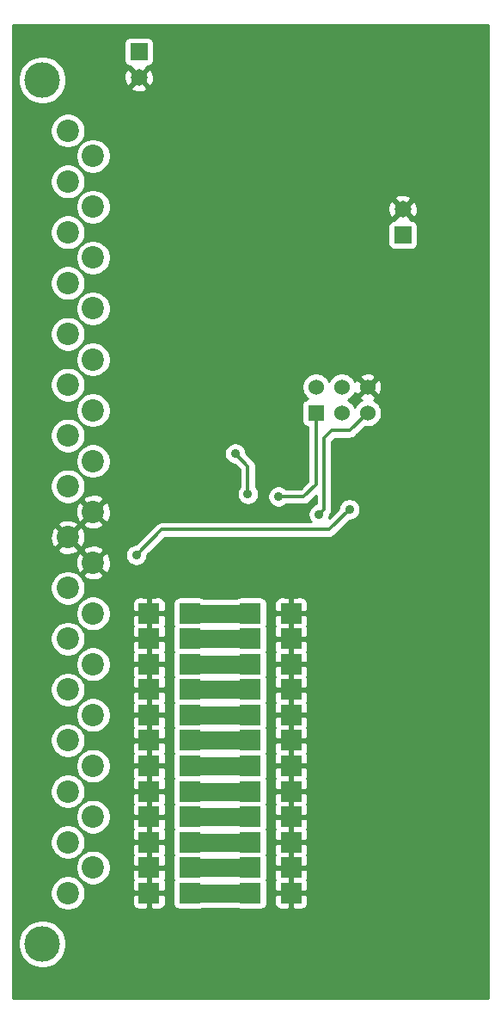
<source format=gbl>
G04 #@! TF.GenerationSoftware,KiCad,Pcbnew,(5.1.5)-3*
G04 #@! TF.CreationDate,2021-08-30T19:43:02+02:00*
G04 #@! TF.ProjectId,gbm12,67626d31-322e-46b6-9963-61645f706362,0430 -*
G04 #@! TF.SameCoordinates,Original*
G04 #@! TF.FileFunction,Copper,L2,Bot*
G04 #@! TF.FilePolarity,Positive*
%FSLAX46Y46*%
G04 Gerber Fmt 4.6, Leading zero omitted, Abs format (unit mm)*
G04 Created by KiCad (PCBNEW (5.1.5)-3) date 2021-08-30 19:43:02*
%MOMM*%
%LPD*%
G04 APERTURE LIST*
%ADD10R,1.651000X1.651000*%
%ADD11C,1.651000*%
%ADD12R,1.524000X1.524000*%
%ADD13C,1.524000*%
%ADD14C,3.500120*%
%ADD15C,2.199640*%
%ADD16R,1.998980X1.998980*%
%ADD17C,0.889000*%
%ADD18C,1.778000*%
%ADD19C,0.304800*%
%ADD20C,1.778000*%
%ADD21C,0.254000*%
G04 APERTURE END LIST*
D10*
X84500000Y-54730000D03*
D11*
X84500000Y-57270000D03*
D12*
X101960000Y-90270000D03*
D13*
X101960000Y-87730000D03*
X104500000Y-90270000D03*
X104500000Y-87730000D03*
X107040000Y-90270000D03*
X107040000Y-87730000D03*
D10*
X110500000Y-72770000D03*
D11*
X110500000Y-70230000D03*
D14*
X74998740Y-142501820D03*
D15*
X77500640Y-62499440D03*
X77498100Y-102499360D03*
X77498100Y-107500620D03*
X77498100Y-117500600D03*
X77498100Y-112499340D03*
X77498100Y-132499300D03*
X77498100Y-137500560D03*
X77498100Y-127500580D03*
X77498100Y-122499320D03*
X77498100Y-82499400D03*
X77498100Y-87500660D03*
X77498100Y-97500640D03*
X77498100Y-92499380D03*
X77498100Y-72499420D03*
X77498100Y-77500680D03*
X77498100Y-67500700D03*
X80000000Y-65001340D03*
X80000000Y-75001320D03*
X80000000Y-70000060D03*
X80000000Y-90000020D03*
X80000000Y-95001280D03*
X80000000Y-85001300D03*
X80000000Y-80000040D03*
X80000000Y-119999960D03*
X80000000Y-125001220D03*
X80000000Y-135001200D03*
X80000000Y-129999940D03*
X80000000Y-109999980D03*
X80000000Y-115001240D03*
X80000000Y-105001260D03*
X80000000Y-100000000D03*
D14*
X74998740Y-57500720D03*
D16*
X95501020Y-110000000D03*
X99498980Y-110000000D03*
X85501020Y-110000000D03*
X89498980Y-110000000D03*
X95501020Y-112500000D03*
X99498980Y-112500000D03*
X85501020Y-112500000D03*
X89498980Y-112500000D03*
X95501020Y-115000000D03*
X99498980Y-115000000D03*
X85501020Y-115000000D03*
X89498980Y-115000000D03*
X95501020Y-117500000D03*
X99498980Y-117500000D03*
X85501020Y-117500000D03*
X89498980Y-117500000D03*
X95501020Y-120000000D03*
X99498980Y-120000000D03*
X85501020Y-120000000D03*
X89498980Y-120000000D03*
X95501020Y-122500000D03*
X99498980Y-122500000D03*
X85501020Y-122500000D03*
X89498980Y-122500000D03*
X95501020Y-125000000D03*
X99498980Y-125000000D03*
X85501020Y-125000000D03*
X89498980Y-125000000D03*
X95501020Y-127500000D03*
X99498980Y-127500000D03*
X85501020Y-127500000D03*
X89498980Y-127500000D03*
X95501020Y-130000000D03*
X99498980Y-130000000D03*
X85501020Y-130000000D03*
X89498980Y-130000000D03*
X95501020Y-132500000D03*
X99498980Y-132500000D03*
X85501020Y-132500000D03*
X89498980Y-132500000D03*
X95501020Y-135000000D03*
X99498980Y-135000000D03*
X85501020Y-135000000D03*
X89498980Y-135000000D03*
X95501020Y-137500000D03*
X99498980Y-137500000D03*
X85501020Y-137500000D03*
X89498980Y-137500000D03*
D17*
X96250000Y-85000000D03*
X88000000Y-84500000D03*
X101750000Y-62500000D03*
X117500000Y-60750000D03*
X115000000Y-62500000D03*
X115000000Y-59000000D03*
X110750000Y-113000000D03*
X100000000Y-94000000D03*
X98250000Y-94000000D03*
X102750000Y-103000000D03*
X96750000Y-98500000D03*
X87000000Y-104250000D03*
X90750000Y-104250000D03*
X92000000Y-90750000D03*
X103000000Y-60250000D03*
X88250000Y-56500000D03*
X104750000Y-74000000D03*
X104750000Y-95000000D03*
X88500000Y-88000000D03*
X88000000Y-72500000D03*
X88000000Y-68000000D03*
X82500000Y-93000000D03*
X82000000Y-97000000D03*
X114000000Y-101000000D03*
X107500000Y-106000000D03*
X95250000Y-98250000D03*
X94000000Y-94250000D03*
D18*
X92500000Y-137500000D03*
X92500000Y-135000000D03*
X92500000Y-132500000D03*
X92500000Y-130000000D03*
X92500000Y-127500000D03*
X92500000Y-125000000D03*
X92500000Y-122500000D03*
X92500000Y-120000000D03*
X92500000Y-117500000D03*
X92500000Y-115000000D03*
X92500000Y-112500000D03*
X92500000Y-110000000D03*
D17*
X98250000Y-98500000D03*
X102250000Y-100250000D03*
X105250000Y-99750000D03*
X84250000Y-104250000D03*
D19*
X95250000Y-98250000D02*
X95250000Y-95500000D01*
X94000000Y-94250000D02*
X95250000Y-95500000D01*
D20*
X92500000Y-137500000D02*
X89498980Y-137500000D01*
X89498980Y-137500000D02*
X95501020Y-137500000D01*
X92500000Y-135000000D02*
X89498980Y-135000000D01*
X89498980Y-135000000D02*
X95501020Y-135000000D01*
X92500000Y-132500000D02*
X89498980Y-132500000D01*
X89498980Y-132500000D02*
X95501020Y-132500000D01*
X92500000Y-130000000D02*
X89498980Y-130000000D01*
X89498980Y-130000000D02*
X95501020Y-130000000D01*
X92500000Y-127500000D02*
X89498980Y-127500000D01*
X89498980Y-127500000D02*
X95501020Y-127500000D01*
X92500000Y-125000000D02*
X89498980Y-125000000D01*
X89498980Y-125000000D02*
X95501020Y-125000000D01*
X92500000Y-122500000D02*
X89498980Y-122500000D01*
X89498980Y-122500000D02*
X95501020Y-122500000D01*
X92500000Y-120000000D02*
X89498980Y-120000000D01*
X89498980Y-120000000D02*
X95501020Y-120000000D01*
X92500000Y-117500000D02*
X89498980Y-117500000D01*
X89498980Y-117500000D02*
X95501020Y-117500000D01*
X89498980Y-115000000D02*
X95501020Y-115000000D01*
X92500000Y-115000000D02*
X89498980Y-115000000D01*
X92500000Y-112500000D02*
X89498980Y-112500000D01*
X89498980Y-112500000D02*
X95501020Y-112500000D01*
X92500000Y-110000000D02*
X89498980Y-110000000D01*
X89498980Y-110000000D02*
X95501020Y-110000000D01*
D19*
X101960000Y-97290000D02*
X101960000Y-90270000D01*
X100750000Y-98500000D02*
X101960000Y-97290000D01*
X98250000Y-98500000D02*
X100750000Y-98500000D01*
X105310000Y-92000000D02*
X107040000Y-90270000D01*
X103500000Y-92000000D02*
X105310000Y-92000000D01*
X102750000Y-92750000D02*
X103500000Y-92000000D01*
X102750000Y-99750000D02*
X102750000Y-92750000D01*
X102250000Y-100250000D02*
X102750000Y-99750000D01*
X103250000Y-101750000D02*
X105250000Y-99750000D01*
X86750000Y-101750000D02*
X103250000Y-101750000D01*
X84250000Y-104250000D02*
X86750000Y-101750000D01*
D21*
G36*
X118873000Y-147873000D02*
G01*
X72127000Y-147873000D01*
X72127000Y-142266912D01*
X72613680Y-142266912D01*
X72613680Y-142736728D01*
X72705337Y-143197516D01*
X72885127Y-143631569D01*
X73146143Y-144022207D01*
X73478353Y-144354417D01*
X73868991Y-144615433D01*
X74303044Y-144795223D01*
X74763832Y-144886880D01*
X75233648Y-144886880D01*
X75694436Y-144795223D01*
X76128489Y-144615433D01*
X76519127Y-144354417D01*
X76851337Y-144022207D01*
X77112353Y-143631569D01*
X77292143Y-143197516D01*
X77383800Y-142736728D01*
X77383800Y-142266912D01*
X77292143Y-141806124D01*
X77112353Y-141372071D01*
X76851337Y-140981433D01*
X76519127Y-140649223D01*
X76128489Y-140388207D01*
X75694436Y-140208417D01*
X75233648Y-140116760D01*
X74763832Y-140116760D01*
X74303044Y-140208417D01*
X73868991Y-140388207D01*
X73478353Y-140649223D01*
X73146143Y-140981433D01*
X72885127Y-141372071D01*
X72705337Y-141806124D01*
X72613680Y-142266912D01*
X72127000Y-142266912D01*
X72127000Y-137329695D01*
X75763280Y-137329695D01*
X75763280Y-137671425D01*
X75829948Y-138006588D01*
X75960723Y-138322305D01*
X76150577Y-138606443D01*
X76392217Y-138848083D01*
X76676355Y-139037937D01*
X76992072Y-139168712D01*
X77327235Y-139235380D01*
X77668965Y-139235380D01*
X78004128Y-139168712D01*
X78319845Y-139037937D01*
X78603983Y-138848083D01*
X78845623Y-138606443D01*
X78917086Y-138499490D01*
X83863458Y-138499490D01*
X83875718Y-138623972D01*
X83912028Y-138743670D01*
X83970993Y-138853984D01*
X84050345Y-138950675D01*
X84147036Y-139030027D01*
X84257350Y-139088992D01*
X84377048Y-139125302D01*
X84501530Y-139137562D01*
X85215270Y-139134490D01*
X85374020Y-138975740D01*
X85374020Y-137627000D01*
X85628020Y-137627000D01*
X85628020Y-138975740D01*
X85786770Y-139134490D01*
X86500510Y-139137562D01*
X86624992Y-139125302D01*
X86744690Y-139088992D01*
X86855004Y-139030027D01*
X86951695Y-138950675D01*
X87031047Y-138853984D01*
X87090012Y-138743670D01*
X87126322Y-138623972D01*
X87138582Y-138499490D01*
X87135510Y-137785750D01*
X86976760Y-137627000D01*
X85628020Y-137627000D01*
X85374020Y-137627000D01*
X84025280Y-137627000D01*
X83866530Y-137785750D01*
X83863458Y-138499490D01*
X78917086Y-138499490D01*
X79035477Y-138322305D01*
X79166252Y-138006588D01*
X79232920Y-137671425D01*
X79232920Y-137329695D01*
X79166252Y-136994532D01*
X79035477Y-136678815D01*
X78845623Y-136394677D01*
X78603983Y-136153037D01*
X78319845Y-135963183D01*
X78004128Y-135832408D01*
X77668965Y-135765740D01*
X77327235Y-135765740D01*
X76992072Y-135832408D01*
X76676355Y-135963183D01*
X76392217Y-136153037D01*
X76150577Y-136394677D01*
X75960723Y-136678815D01*
X75829948Y-136994532D01*
X75763280Y-137329695D01*
X72127000Y-137329695D01*
X72127000Y-134830335D01*
X78265180Y-134830335D01*
X78265180Y-135172065D01*
X78331848Y-135507228D01*
X78462623Y-135822945D01*
X78652477Y-136107083D01*
X78894117Y-136348723D01*
X79178255Y-136538577D01*
X79493972Y-136669352D01*
X79829135Y-136736020D01*
X80170865Y-136736020D01*
X80506028Y-136669352D01*
X80821745Y-136538577D01*
X81105883Y-136348723D01*
X81347523Y-136107083D01*
X81419413Y-135999490D01*
X83863458Y-135999490D01*
X83875718Y-136123972D01*
X83912028Y-136243670D01*
X83915412Y-136250000D01*
X83912028Y-136256330D01*
X83875718Y-136376028D01*
X83863458Y-136500510D01*
X83866530Y-137214250D01*
X84025280Y-137373000D01*
X85374020Y-137373000D01*
X85374020Y-135127000D01*
X85628020Y-135127000D01*
X85628020Y-137373000D01*
X86976760Y-137373000D01*
X87135510Y-137214250D01*
X87138582Y-136500510D01*
X87126322Y-136376028D01*
X87090012Y-136256330D01*
X87086628Y-136250000D01*
X87090012Y-136243670D01*
X87126322Y-136123972D01*
X87138582Y-135999490D01*
X87135510Y-135285750D01*
X86976760Y-135127000D01*
X85628020Y-135127000D01*
X85374020Y-135127000D01*
X84025280Y-135127000D01*
X83866530Y-135285750D01*
X83863458Y-135999490D01*
X81419413Y-135999490D01*
X81537377Y-135822945D01*
X81668152Y-135507228D01*
X81734820Y-135172065D01*
X81734820Y-134830335D01*
X81668152Y-134495172D01*
X81537377Y-134179455D01*
X81347523Y-133895317D01*
X81105883Y-133653677D01*
X80875125Y-133499490D01*
X83863458Y-133499490D01*
X83875718Y-133623972D01*
X83912028Y-133743670D01*
X83915412Y-133750000D01*
X83912028Y-133756330D01*
X83875718Y-133876028D01*
X83863458Y-134000510D01*
X83866530Y-134714250D01*
X84025280Y-134873000D01*
X85374020Y-134873000D01*
X85374020Y-132627000D01*
X85628020Y-132627000D01*
X85628020Y-134873000D01*
X86976760Y-134873000D01*
X87135510Y-134714250D01*
X87138582Y-134000510D01*
X87126322Y-133876028D01*
X87090012Y-133756330D01*
X87086628Y-133750000D01*
X87090012Y-133743670D01*
X87126322Y-133623972D01*
X87138582Y-133499490D01*
X87135510Y-132785750D01*
X86976760Y-132627000D01*
X85628020Y-132627000D01*
X85374020Y-132627000D01*
X84025280Y-132627000D01*
X83866530Y-132785750D01*
X83863458Y-133499490D01*
X80875125Y-133499490D01*
X80821745Y-133463823D01*
X80506028Y-133333048D01*
X80170865Y-133266380D01*
X79829135Y-133266380D01*
X79493972Y-133333048D01*
X79178255Y-133463823D01*
X78894117Y-133653677D01*
X78652477Y-133895317D01*
X78462623Y-134179455D01*
X78331848Y-134495172D01*
X78265180Y-134830335D01*
X72127000Y-134830335D01*
X72127000Y-132328435D01*
X75763280Y-132328435D01*
X75763280Y-132670165D01*
X75829948Y-133005328D01*
X75960723Y-133321045D01*
X76150577Y-133605183D01*
X76392217Y-133846823D01*
X76676355Y-134036677D01*
X76992072Y-134167452D01*
X77327235Y-134234120D01*
X77668965Y-134234120D01*
X78004128Y-134167452D01*
X78319845Y-134036677D01*
X78603983Y-133846823D01*
X78845623Y-133605183D01*
X79035477Y-133321045D01*
X79166252Y-133005328D01*
X79232920Y-132670165D01*
X79232920Y-132328435D01*
X79166252Y-131993272D01*
X79035477Y-131677555D01*
X78845623Y-131393417D01*
X78603983Y-131151777D01*
X78319845Y-130961923D01*
X78004128Y-130831148D01*
X77668965Y-130764480D01*
X77327235Y-130764480D01*
X76992072Y-130831148D01*
X76676355Y-130961923D01*
X76392217Y-131151777D01*
X76150577Y-131393417D01*
X75960723Y-131677555D01*
X75829948Y-131993272D01*
X75763280Y-132328435D01*
X72127000Y-132328435D01*
X72127000Y-129829075D01*
X78265180Y-129829075D01*
X78265180Y-130170805D01*
X78331848Y-130505968D01*
X78462623Y-130821685D01*
X78652477Y-131105823D01*
X78894117Y-131347463D01*
X79178255Y-131537317D01*
X79493972Y-131668092D01*
X79829135Y-131734760D01*
X80170865Y-131734760D01*
X80506028Y-131668092D01*
X80821745Y-131537317D01*
X81105883Y-131347463D01*
X81347523Y-131105823D01*
X81418572Y-130999490D01*
X83863458Y-130999490D01*
X83875718Y-131123972D01*
X83912028Y-131243670D01*
X83915412Y-131250000D01*
X83912028Y-131256330D01*
X83875718Y-131376028D01*
X83863458Y-131500510D01*
X83866530Y-132214250D01*
X84025280Y-132373000D01*
X85374020Y-132373000D01*
X85374020Y-130127000D01*
X85628020Y-130127000D01*
X85628020Y-132373000D01*
X86976760Y-132373000D01*
X87135510Y-132214250D01*
X87138582Y-131500510D01*
X87126322Y-131376028D01*
X87090012Y-131256330D01*
X87086628Y-131250000D01*
X87090012Y-131243670D01*
X87126322Y-131123972D01*
X87138582Y-130999490D01*
X87135510Y-130285750D01*
X86976760Y-130127000D01*
X85628020Y-130127000D01*
X85374020Y-130127000D01*
X84025280Y-130127000D01*
X83866530Y-130285750D01*
X83863458Y-130999490D01*
X81418572Y-130999490D01*
X81537377Y-130821685D01*
X81668152Y-130505968D01*
X81734820Y-130170805D01*
X81734820Y-129829075D01*
X81668152Y-129493912D01*
X81537377Y-129178195D01*
X81347523Y-128894057D01*
X81105883Y-128652417D01*
X80877011Y-128499490D01*
X83863458Y-128499490D01*
X83875718Y-128623972D01*
X83912028Y-128743670D01*
X83915412Y-128750000D01*
X83912028Y-128756330D01*
X83875718Y-128876028D01*
X83863458Y-129000510D01*
X83866530Y-129714250D01*
X84025280Y-129873000D01*
X85374020Y-129873000D01*
X85374020Y-127627000D01*
X85628020Y-127627000D01*
X85628020Y-129873000D01*
X86976760Y-129873000D01*
X87135510Y-129714250D01*
X87138582Y-129000510D01*
X87126322Y-128876028D01*
X87090012Y-128756330D01*
X87086628Y-128750000D01*
X87090012Y-128743670D01*
X87126322Y-128623972D01*
X87138582Y-128499490D01*
X87135510Y-127785750D01*
X86976760Y-127627000D01*
X85628020Y-127627000D01*
X85374020Y-127627000D01*
X84025280Y-127627000D01*
X83866530Y-127785750D01*
X83863458Y-128499490D01*
X80877011Y-128499490D01*
X80821745Y-128462563D01*
X80506028Y-128331788D01*
X80170865Y-128265120D01*
X79829135Y-128265120D01*
X79493972Y-128331788D01*
X79178255Y-128462563D01*
X78894117Y-128652417D01*
X78652477Y-128894057D01*
X78462623Y-129178195D01*
X78331848Y-129493912D01*
X78265180Y-129829075D01*
X72127000Y-129829075D01*
X72127000Y-127329715D01*
X75763280Y-127329715D01*
X75763280Y-127671445D01*
X75829948Y-128006608D01*
X75960723Y-128322325D01*
X76150577Y-128606463D01*
X76392217Y-128848103D01*
X76676355Y-129037957D01*
X76992072Y-129168732D01*
X77327235Y-129235400D01*
X77668965Y-129235400D01*
X78004128Y-129168732D01*
X78319845Y-129037957D01*
X78603983Y-128848103D01*
X78845623Y-128606463D01*
X79035477Y-128322325D01*
X79166252Y-128006608D01*
X79232920Y-127671445D01*
X79232920Y-127329715D01*
X79166252Y-126994552D01*
X79035477Y-126678835D01*
X78845623Y-126394697D01*
X78603983Y-126153057D01*
X78319845Y-125963203D01*
X78004128Y-125832428D01*
X77668965Y-125765760D01*
X77327235Y-125765760D01*
X76992072Y-125832428D01*
X76676355Y-125963203D01*
X76392217Y-126153057D01*
X76150577Y-126394697D01*
X75960723Y-126678835D01*
X75829948Y-126994552D01*
X75763280Y-127329715D01*
X72127000Y-127329715D01*
X72127000Y-124830355D01*
X78265180Y-124830355D01*
X78265180Y-125172085D01*
X78331848Y-125507248D01*
X78462623Y-125822965D01*
X78652477Y-126107103D01*
X78894117Y-126348743D01*
X79178255Y-126538597D01*
X79493972Y-126669372D01*
X79829135Y-126736040D01*
X80170865Y-126736040D01*
X80506028Y-126669372D01*
X80821745Y-126538597D01*
X81105883Y-126348743D01*
X81347523Y-126107103D01*
X81419427Y-125999490D01*
X83863458Y-125999490D01*
X83875718Y-126123972D01*
X83912028Y-126243670D01*
X83915412Y-126250000D01*
X83912028Y-126256330D01*
X83875718Y-126376028D01*
X83863458Y-126500510D01*
X83866530Y-127214250D01*
X84025280Y-127373000D01*
X85374020Y-127373000D01*
X85374020Y-125127000D01*
X85628020Y-125127000D01*
X85628020Y-127373000D01*
X86976760Y-127373000D01*
X87135510Y-127214250D01*
X87138582Y-126500510D01*
X87126322Y-126376028D01*
X87090012Y-126256330D01*
X87086628Y-126250000D01*
X87090012Y-126243670D01*
X87126322Y-126123972D01*
X87138582Y-125999490D01*
X87135510Y-125285750D01*
X86976760Y-125127000D01*
X85628020Y-125127000D01*
X85374020Y-125127000D01*
X84025280Y-125127000D01*
X83866530Y-125285750D01*
X83863458Y-125999490D01*
X81419427Y-125999490D01*
X81537377Y-125822965D01*
X81668152Y-125507248D01*
X81734820Y-125172085D01*
X81734820Y-124830355D01*
X81668152Y-124495192D01*
X81537377Y-124179475D01*
X81347523Y-123895337D01*
X81105883Y-123653697D01*
X80875095Y-123499490D01*
X83863458Y-123499490D01*
X83875718Y-123623972D01*
X83912028Y-123743670D01*
X83915412Y-123750000D01*
X83912028Y-123756330D01*
X83875718Y-123876028D01*
X83863458Y-124000510D01*
X83866530Y-124714250D01*
X84025280Y-124873000D01*
X85374020Y-124873000D01*
X85374020Y-122627000D01*
X85628020Y-122627000D01*
X85628020Y-124873000D01*
X86976760Y-124873000D01*
X87135510Y-124714250D01*
X87138582Y-124000510D01*
X87126322Y-123876028D01*
X87090012Y-123756330D01*
X87086628Y-123750000D01*
X87090012Y-123743670D01*
X87126322Y-123623972D01*
X87138582Y-123499490D01*
X87135510Y-122785750D01*
X86976760Y-122627000D01*
X85628020Y-122627000D01*
X85374020Y-122627000D01*
X84025280Y-122627000D01*
X83866530Y-122785750D01*
X83863458Y-123499490D01*
X80875095Y-123499490D01*
X80821745Y-123463843D01*
X80506028Y-123333068D01*
X80170865Y-123266400D01*
X79829135Y-123266400D01*
X79493972Y-123333068D01*
X79178255Y-123463843D01*
X78894117Y-123653697D01*
X78652477Y-123895337D01*
X78462623Y-124179475D01*
X78331848Y-124495192D01*
X78265180Y-124830355D01*
X72127000Y-124830355D01*
X72127000Y-122328455D01*
X75763280Y-122328455D01*
X75763280Y-122670185D01*
X75829948Y-123005348D01*
X75960723Y-123321065D01*
X76150577Y-123605203D01*
X76392217Y-123846843D01*
X76676355Y-124036697D01*
X76992072Y-124167472D01*
X77327235Y-124234140D01*
X77668965Y-124234140D01*
X78004128Y-124167472D01*
X78319845Y-124036697D01*
X78603983Y-123846843D01*
X78845623Y-123605203D01*
X79035477Y-123321065D01*
X79166252Y-123005348D01*
X79232920Y-122670185D01*
X79232920Y-122328455D01*
X79166252Y-121993292D01*
X79035477Y-121677575D01*
X78845623Y-121393437D01*
X78603983Y-121151797D01*
X78319845Y-120961943D01*
X78004128Y-120831168D01*
X77668965Y-120764500D01*
X77327235Y-120764500D01*
X76992072Y-120831168D01*
X76676355Y-120961943D01*
X76392217Y-121151797D01*
X76150577Y-121393437D01*
X75960723Y-121677575D01*
X75829948Y-121993292D01*
X75763280Y-122328455D01*
X72127000Y-122328455D01*
X72127000Y-119829095D01*
X78265180Y-119829095D01*
X78265180Y-120170825D01*
X78331848Y-120505988D01*
X78462623Y-120821705D01*
X78652477Y-121105843D01*
X78894117Y-121347483D01*
X79178255Y-121537337D01*
X79493972Y-121668112D01*
X79829135Y-121734780D01*
X80170865Y-121734780D01*
X80506028Y-121668112D01*
X80821745Y-121537337D01*
X81105883Y-121347483D01*
X81347523Y-121105843D01*
X81418585Y-120999490D01*
X83863458Y-120999490D01*
X83875718Y-121123972D01*
X83912028Y-121243670D01*
X83915412Y-121250000D01*
X83912028Y-121256330D01*
X83875718Y-121376028D01*
X83863458Y-121500510D01*
X83866530Y-122214250D01*
X84025280Y-122373000D01*
X85374020Y-122373000D01*
X85374020Y-120127000D01*
X85628020Y-120127000D01*
X85628020Y-122373000D01*
X86976760Y-122373000D01*
X87135510Y-122214250D01*
X87138582Y-121500510D01*
X87126322Y-121376028D01*
X87090012Y-121256330D01*
X87086628Y-121250000D01*
X87090012Y-121243670D01*
X87126322Y-121123972D01*
X87138582Y-120999490D01*
X87135510Y-120285750D01*
X86976760Y-120127000D01*
X85628020Y-120127000D01*
X85374020Y-120127000D01*
X84025280Y-120127000D01*
X83866530Y-120285750D01*
X83863458Y-120999490D01*
X81418585Y-120999490D01*
X81537377Y-120821705D01*
X81668152Y-120505988D01*
X81734820Y-120170825D01*
X81734820Y-119829095D01*
X81668152Y-119493932D01*
X81537377Y-119178215D01*
X81347523Y-118894077D01*
X81105883Y-118652437D01*
X80876981Y-118499490D01*
X83863458Y-118499490D01*
X83875718Y-118623972D01*
X83912028Y-118743670D01*
X83915412Y-118750000D01*
X83912028Y-118756330D01*
X83875718Y-118876028D01*
X83863458Y-119000510D01*
X83866530Y-119714250D01*
X84025280Y-119873000D01*
X85374020Y-119873000D01*
X85374020Y-117627000D01*
X85628020Y-117627000D01*
X85628020Y-119873000D01*
X86976760Y-119873000D01*
X87135510Y-119714250D01*
X87138582Y-119000510D01*
X87126322Y-118876028D01*
X87090012Y-118756330D01*
X87086628Y-118750000D01*
X87090012Y-118743670D01*
X87126322Y-118623972D01*
X87138582Y-118499490D01*
X87135510Y-117785750D01*
X86976760Y-117627000D01*
X85628020Y-117627000D01*
X85374020Y-117627000D01*
X84025280Y-117627000D01*
X83866530Y-117785750D01*
X83863458Y-118499490D01*
X80876981Y-118499490D01*
X80821745Y-118462583D01*
X80506028Y-118331808D01*
X80170865Y-118265140D01*
X79829135Y-118265140D01*
X79493972Y-118331808D01*
X79178255Y-118462583D01*
X78894117Y-118652437D01*
X78652477Y-118894077D01*
X78462623Y-119178215D01*
X78331848Y-119493932D01*
X78265180Y-119829095D01*
X72127000Y-119829095D01*
X72127000Y-117329735D01*
X75763280Y-117329735D01*
X75763280Y-117671465D01*
X75829948Y-118006628D01*
X75960723Y-118322345D01*
X76150577Y-118606483D01*
X76392217Y-118848123D01*
X76676355Y-119037977D01*
X76992072Y-119168752D01*
X77327235Y-119235420D01*
X77668965Y-119235420D01*
X78004128Y-119168752D01*
X78319845Y-119037977D01*
X78603983Y-118848123D01*
X78845623Y-118606483D01*
X79035477Y-118322345D01*
X79166252Y-118006628D01*
X79232920Y-117671465D01*
X79232920Y-117329735D01*
X79166252Y-116994572D01*
X79035477Y-116678855D01*
X78845623Y-116394717D01*
X78603983Y-116153077D01*
X78319845Y-115963223D01*
X78004128Y-115832448D01*
X77668965Y-115765780D01*
X77327235Y-115765780D01*
X76992072Y-115832448D01*
X76676355Y-115963223D01*
X76392217Y-116153077D01*
X76150577Y-116394717D01*
X75960723Y-116678855D01*
X75829948Y-116994572D01*
X75763280Y-117329735D01*
X72127000Y-117329735D01*
X72127000Y-114830375D01*
X78265180Y-114830375D01*
X78265180Y-115172105D01*
X78331848Y-115507268D01*
X78462623Y-115822985D01*
X78652477Y-116107123D01*
X78894117Y-116348763D01*
X79178255Y-116538617D01*
X79493972Y-116669392D01*
X79829135Y-116736060D01*
X80170865Y-116736060D01*
X80506028Y-116669392D01*
X80821745Y-116538617D01*
X81105883Y-116348763D01*
X81347523Y-116107123D01*
X81419440Y-115999490D01*
X83863458Y-115999490D01*
X83875718Y-116123972D01*
X83912028Y-116243670D01*
X83915412Y-116250000D01*
X83912028Y-116256330D01*
X83875718Y-116376028D01*
X83863458Y-116500510D01*
X83866530Y-117214250D01*
X84025280Y-117373000D01*
X85374020Y-117373000D01*
X85374020Y-115127000D01*
X85628020Y-115127000D01*
X85628020Y-117373000D01*
X86976760Y-117373000D01*
X87135510Y-117214250D01*
X87138582Y-116500510D01*
X87126322Y-116376028D01*
X87090012Y-116256330D01*
X87086628Y-116250000D01*
X87090012Y-116243670D01*
X87126322Y-116123972D01*
X87138582Y-115999490D01*
X87135510Y-115285750D01*
X86976760Y-115127000D01*
X85628020Y-115127000D01*
X85374020Y-115127000D01*
X84025280Y-115127000D01*
X83866530Y-115285750D01*
X83863458Y-115999490D01*
X81419440Y-115999490D01*
X81537377Y-115822985D01*
X81668152Y-115507268D01*
X81734820Y-115172105D01*
X81734820Y-114830375D01*
X81668152Y-114495212D01*
X81537377Y-114179495D01*
X81347523Y-113895357D01*
X81105883Y-113653717D01*
X80875065Y-113499490D01*
X83863458Y-113499490D01*
X83875718Y-113623972D01*
X83912028Y-113743670D01*
X83915412Y-113750000D01*
X83912028Y-113756330D01*
X83875718Y-113876028D01*
X83863458Y-114000510D01*
X83866530Y-114714250D01*
X84025280Y-114873000D01*
X85374020Y-114873000D01*
X85374020Y-112627000D01*
X85628020Y-112627000D01*
X85628020Y-114873000D01*
X86976760Y-114873000D01*
X87135510Y-114714250D01*
X87138582Y-114000510D01*
X87126322Y-113876028D01*
X87090012Y-113756330D01*
X87086628Y-113750000D01*
X87090012Y-113743670D01*
X87126322Y-113623972D01*
X87138582Y-113499490D01*
X87135510Y-112785750D01*
X86976760Y-112627000D01*
X85628020Y-112627000D01*
X85374020Y-112627000D01*
X84025280Y-112627000D01*
X83866530Y-112785750D01*
X83863458Y-113499490D01*
X80875065Y-113499490D01*
X80821745Y-113463863D01*
X80506028Y-113333088D01*
X80170865Y-113266420D01*
X79829135Y-113266420D01*
X79493972Y-113333088D01*
X79178255Y-113463863D01*
X78894117Y-113653717D01*
X78652477Y-113895357D01*
X78462623Y-114179495D01*
X78331848Y-114495212D01*
X78265180Y-114830375D01*
X72127000Y-114830375D01*
X72127000Y-112328475D01*
X75763280Y-112328475D01*
X75763280Y-112670205D01*
X75829948Y-113005368D01*
X75960723Y-113321085D01*
X76150577Y-113605223D01*
X76392217Y-113846863D01*
X76676355Y-114036717D01*
X76992072Y-114167492D01*
X77327235Y-114234160D01*
X77668965Y-114234160D01*
X78004128Y-114167492D01*
X78319845Y-114036717D01*
X78603983Y-113846863D01*
X78845623Y-113605223D01*
X79035477Y-113321085D01*
X79166252Y-113005368D01*
X79232920Y-112670205D01*
X79232920Y-112328475D01*
X79166252Y-111993312D01*
X79035477Y-111677595D01*
X78845623Y-111393457D01*
X78603983Y-111151817D01*
X78319845Y-110961963D01*
X78004128Y-110831188D01*
X77668965Y-110764520D01*
X77327235Y-110764520D01*
X76992072Y-110831188D01*
X76676355Y-110961963D01*
X76392217Y-111151817D01*
X76150577Y-111393457D01*
X75960723Y-111677595D01*
X75829948Y-111993312D01*
X75763280Y-112328475D01*
X72127000Y-112328475D01*
X72127000Y-109829115D01*
X78265180Y-109829115D01*
X78265180Y-110170845D01*
X78331848Y-110506008D01*
X78462623Y-110821725D01*
X78652477Y-111105863D01*
X78894117Y-111347503D01*
X79178255Y-111537357D01*
X79493972Y-111668132D01*
X79829135Y-111734800D01*
X80170865Y-111734800D01*
X80506028Y-111668132D01*
X80821745Y-111537357D01*
X81105883Y-111347503D01*
X81347523Y-111105863D01*
X81418598Y-110999490D01*
X83863458Y-110999490D01*
X83875718Y-111123972D01*
X83912028Y-111243670D01*
X83915412Y-111250000D01*
X83912028Y-111256330D01*
X83875718Y-111376028D01*
X83863458Y-111500510D01*
X83866530Y-112214250D01*
X84025280Y-112373000D01*
X85374020Y-112373000D01*
X85374020Y-110127000D01*
X85628020Y-110127000D01*
X85628020Y-112373000D01*
X86976760Y-112373000D01*
X87135510Y-112214250D01*
X87138582Y-111500510D01*
X87126322Y-111376028D01*
X87090012Y-111256330D01*
X87086628Y-111250000D01*
X87090012Y-111243670D01*
X87126322Y-111123972D01*
X87138582Y-110999490D01*
X87135510Y-110285750D01*
X86976760Y-110127000D01*
X85628020Y-110127000D01*
X85374020Y-110127000D01*
X84025280Y-110127000D01*
X83866530Y-110285750D01*
X83863458Y-110999490D01*
X81418598Y-110999490D01*
X81537377Y-110821725D01*
X81668152Y-110506008D01*
X81734820Y-110170845D01*
X81734820Y-109829115D01*
X81668152Y-109493952D01*
X81537377Y-109178235D01*
X81418626Y-109000510D01*
X83863458Y-109000510D01*
X83866530Y-109714250D01*
X84025280Y-109873000D01*
X85374020Y-109873000D01*
X85374020Y-108524260D01*
X85628020Y-108524260D01*
X85628020Y-109873000D01*
X86976760Y-109873000D01*
X87135510Y-109714250D01*
X87138582Y-109000510D01*
X87861418Y-109000510D01*
X87861418Y-110999490D01*
X87873678Y-111123972D01*
X87909988Y-111243670D01*
X87913372Y-111250000D01*
X87909988Y-111256330D01*
X87873678Y-111376028D01*
X87861418Y-111500510D01*
X87861418Y-113499490D01*
X87873678Y-113623972D01*
X87909988Y-113743670D01*
X87913372Y-113750000D01*
X87909988Y-113756330D01*
X87873678Y-113876028D01*
X87861418Y-114000510D01*
X87861418Y-115999490D01*
X87873678Y-116123972D01*
X87909988Y-116243670D01*
X87913372Y-116250000D01*
X87909988Y-116256330D01*
X87873678Y-116376028D01*
X87861418Y-116500510D01*
X87861418Y-118499490D01*
X87873678Y-118623972D01*
X87909988Y-118743670D01*
X87913372Y-118750000D01*
X87909988Y-118756330D01*
X87873678Y-118876028D01*
X87861418Y-119000510D01*
X87861418Y-120999490D01*
X87873678Y-121123972D01*
X87909988Y-121243670D01*
X87913372Y-121250000D01*
X87909988Y-121256330D01*
X87873678Y-121376028D01*
X87861418Y-121500510D01*
X87861418Y-123499490D01*
X87873678Y-123623972D01*
X87909988Y-123743670D01*
X87913372Y-123750000D01*
X87909988Y-123756330D01*
X87873678Y-123876028D01*
X87861418Y-124000510D01*
X87861418Y-125999490D01*
X87873678Y-126123972D01*
X87909988Y-126243670D01*
X87913372Y-126250000D01*
X87909988Y-126256330D01*
X87873678Y-126376028D01*
X87861418Y-126500510D01*
X87861418Y-128499490D01*
X87873678Y-128623972D01*
X87909988Y-128743670D01*
X87913372Y-128750000D01*
X87909988Y-128756330D01*
X87873678Y-128876028D01*
X87861418Y-129000510D01*
X87861418Y-130999490D01*
X87873678Y-131123972D01*
X87909988Y-131243670D01*
X87913372Y-131250000D01*
X87909988Y-131256330D01*
X87873678Y-131376028D01*
X87861418Y-131500510D01*
X87861418Y-133499490D01*
X87873678Y-133623972D01*
X87909988Y-133743670D01*
X87913372Y-133750000D01*
X87909988Y-133756330D01*
X87873678Y-133876028D01*
X87861418Y-134000510D01*
X87861418Y-135999490D01*
X87873678Y-136123972D01*
X87909988Y-136243670D01*
X87913372Y-136250000D01*
X87909988Y-136256330D01*
X87873678Y-136376028D01*
X87861418Y-136500510D01*
X87861418Y-138499490D01*
X87873678Y-138623972D01*
X87909988Y-138743670D01*
X87968953Y-138853984D01*
X88048305Y-138950675D01*
X88144996Y-139030027D01*
X88255310Y-139088992D01*
X88375008Y-139125302D01*
X88499490Y-139137562D01*
X90498470Y-139137562D01*
X90622952Y-139125302D01*
X90742650Y-139088992D01*
X90852964Y-139030027D01*
X90860308Y-139024000D01*
X94139692Y-139024000D01*
X94147036Y-139030027D01*
X94257350Y-139088992D01*
X94377048Y-139125302D01*
X94501530Y-139137562D01*
X96500510Y-139137562D01*
X96624992Y-139125302D01*
X96744690Y-139088992D01*
X96855004Y-139030027D01*
X96951695Y-138950675D01*
X97031047Y-138853984D01*
X97090012Y-138743670D01*
X97126322Y-138623972D01*
X97138582Y-138499490D01*
X97861418Y-138499490D01*
X97873678Y-138623972D01*
X97909988Y-138743670D01*
X97968953Y-138853984D01*
X98048305Y-138950675D01*
X98144996Y-139030027D01*
X98255310Y-139088992D01*
X98375008Y-139125302D01*
X98499490Y-139137562D01*
X99213230Y-139134490D01*
X99371980Y-138975740D01*
X99371980Y-137627000D01*
X99625980Y-137627000D01*
X99625980Y-138975740D01*
X99784730Y-139134490D01*
X100498470Y-139137562D01*
X100622952Y-139125302D01*
X100742650Y-139088992D01*
X100852964Y-139030027D01*
X100949655Y-138950675D01*
X101029007Y-138853984D01*
X101087972Y-138743670D01*
X101124282Y-138623972D01*
X101136542Y-138499490D01*
X101133470Y-137785750D01*
X100974720Y-137627000D01*
X99625980Y-137627000D01*
X99371980Y-137627000D01*
X98023240Y-137627000D01*
X97864490Y-137785750D01*
X97861418Y-138499490D01*
X97138582Y-138499490D01*
X97138582Y-136500510D01*
X97126322Y-136376028D01*
X97090012Y-136256330D01*
X97086628Y-136250000D01*
X97090012Y-136243670D01*
X97126322Y-136123972D01*
X97138582Y-135999490D01*
X97861418Y-135999490D01*
X97873678Y-136123972D01*
X97909988Y-136243670D01*
X97913372Y-136250000D01*
X97909988Y-136256330D01*
X97873678Y-136376028D01*
X97861418Y-136500510D01*
X97864490Y-137214250D01*
X98023240Y-137373000D01*
X99371980Y-137373000D01*
X99371980Y-135127000D01*
X99625980Y-135127000D01*
X99625980Y-137373000D01*
X100974720Y-137373000D01*
X101133470Y-137214250D01*
X101136542Y-136500510D01*
X101124282Y-136376028D01*
X101087972Y-136256330D01*
X101084588Y-136250000D01*
X101087972Y-136243670D01*
X101124282Y-136123972D01*
X101136542Y-135999490D01*
X101133470Y-135285750D01*
X100974720Y-135127000D01*
X99625980Y-135127000D01*
X99371980Y-135127000D01*
X98023240Y-135127000D01*
X97864490Y-135285750D01*
X97861418Y-135999490D01*
X97138582Y-135999490D01*
X97138582Y-134000510D01*
X97126322Y-133876028D01*
X97090012Y-133756330D01*
X97086628Y-133750000D01*
X97090012Y-133743670D01*
X97126322Y-133623972D01*
X97138582Y-133499490D01*
X97861418Y-133499490D01*
X97873678Y-133623972D01*
X97909988Y-133743670D01*
X97913372Y-133750000D01*
X97909988Y-133756330D01*
X97873678Y-133876028D01*
X97861418Y-134000510D01*
X97864490Y-134714250D01*
X98023240Y-134873000D01*
X99371980Y-134873000D01*
X99371980Y-132627000D01*
X99625980Y-132627000D01*
X99625980Y-134873000D01*
X100974720Y-134873000D01*
X101133470Y-134714250D01*
X101136542Y-134000510D01*
X101124282Y-133876028D01*
X101087972Y-133756330D01*
X101084588Y-133750000D01*
X101087972Y-133743670D01*
X101124282Y-133623972D01*
X101136542Y-133499490D01*
X101133470Y-132785750D01*
X100974720Y-132627000D01*
X99625980Y-132627000D01*
X99371980Y-132627000D01*
X98023240Y-132627000D01*
X97864490Y-132785750D01*
X97861418Y-133499490D01*
X97138582Y-133499490D01*
X97138582Y-131500510D01*
X97126322Y-131376028D01*
X97090012Y-131256330D01*
X97086628Y-131250000D01*
X97090012Y-131243670D01*
X97126322Y-131123972D01*
X97138582Y-130999490D01*
X97861418Y-130999490D01*
X97873678Y-131123972D01*
X97909988Y-131243670D01*
X97913372Y-131250000D01*
X97909988Y-131256330D01*
X97873678Y-131376028D01*
X97861418Y-131500510D01*
X97864490Y-132214250D01*
X98023240Y-132373000D01*
X99371980Y-132373000D01*
X99371980Y-130127000D01*
X99625980Y-130127000D01*
X99625980Y-132373000D01*
X100974720Y-132373000D01*
X101133470Y-132214250D01*
X101136542Y-131500510D01*
X101124282Y-131376028D01*
X101087972Y-131256330D01*
X101084588Y-131250000D01*
X101087972Y-131243670D01*
X101124282Y-131123972D01*
X101136542Y-130999490D01*
X101133470Y-130285750D01*
X100974720Y-130127000D01*
X99625980Y-130127000D01*
X99371980Y-130127000D01*
X98023240Y-130127000D01*
X97864490Y-130285750D01*
X97861418Y-130999490D01*
X97138582Y-130999490D01*
X97138582Y-129000510D01*
X97126322Y-128876028D01*
X97090012Y-128756330D01*
X97086628Y-128750000D01*
X97090012Y-128743670D01*
X97126322Y-128623972D01*
X97138582Y-128499490D01*
X97861418Y-128499490D01*
X97873678Y-128623972D01*
X97909988Y-128743670D01*
X97913372Y-128750000D01*
X97909988Y-128756330D01*
X97873678Y-128876028D01*
X97861418Y-129000510D01*
X97864490Y-129714250D01*
X98023240Y-129873000D01*
X99371980Y-129873000D01*
X99371980Y-127627000D01*
X99625980Y-127627000D01*
X99625980Y-129873000D01*
X100974720Y-129873000D01*
X101133470Y-129714250D01*
X101136542Y-129000510D01*
X101124282Y-128876028D01*
X101087972Y-128756330D01*
X101084588Y-128750000D01*
X101087972Y-128743670D01*
X101124282Y-128623972D01*
X101136542Y-128499490D01*
X101133470Y-127785750D01*
X100974720Y-127627000D01*
X99625980Y-127627000D01*
X99371980Y-127627000D01*
X98023240Y-127627000D01*
X97864490Y-127785750D01*
X97861418Y-128499490D01*
X97138582Y-128499490D01*
X97138582Y-126500510D01*
X97126322Y-126376028D01*
X97090012Y-126256330D01*
X97086628Y-126250000D01*
X97090012Y-126243670D01*
X97126322Y-126123972D01*
X97138582Y-125999490D01*
X97861418Y-125999490D01*
X97873678Y-126123972D01*
X97909988Y-126243670D01*
X97913372Y-126250000D01*
X97909988Y-126256330D01*
X97873678Y-126376028D01*
X97861418Y-126500510D01*
X97864490Y-127214250D01*
X98023240Y-127373000D01*
X99371980Y-127373000D01*
X99371980Y-125127000D01*
X99625980Y-125127000D01*
X99625980Y-127373000D01*
X100974720Y-127373000D01*
X101133470Y-127214250D01*
X101136542Y-126500510D01*
X101124282Y-126376028D01*
X101087972Y-126256330D01*
X101084588Y-126250000D01*
X101087972Y-126243670D01*
X101124282Y-126123972D01*
X101136542Y-125999490D01*
X101133470Y-125285750D01*
X100974720Y-125127000D01*
X99625980Y-125127000D01*
X99371980Y-125127000D01*
X98023240Y-125127000D01*
X97864490Y-125285750D01*
X97861418Y-125999490D01*
X97138582Y-125999490D01*
X97138582Y-124000510D01*
X97126322Y-123876028D01*
X97090012Y-123756330D01*
X97086628Y-123750000D01*
X97090012Y-123743670D01*
X97126322Y-123623972D01*
X97138582Y-123499490D01*
X97861418Y-123499490D01*
X97873678Y-123623972D01*
X97909988Y-123743670D01*
X97913372Y-123750000D01*
X97909988Y-123756330D01*
X97873678Y-123876028D01*
X97861418Y-124000510D01*
X97864490Y-124714250D01*
X98023240Y-124873000D01*
X99371980Y-124873000D01*
X99371980Y-122627000D01*
X99625980Y-122627000D01*
X99625980Y-124873000D01*
X100974720Y-124873000D01*
X101133470Y-124714250D01*
X101136542Y-124000510D01*
X101124282Y-123876028D01*
X101087972Y-123756330D01*
X101084588Y-123750000D01*
X101087972Y-123743670D01*
X101124282Y-123623972D01*
X101136542Y-123499490D01*
X101133470Y-122785750D01*
X100974720Y-122627000D01*
X99625980Y-122627000D01*
X99371980Y-122627000D01*
X98023240Y-122627000D01*
X97864490Y-122785750D01*
X97861418Y-123499490D01*
X97138582Y-123499490D01*
X97138582Y-121500510D01*
X97126322Y-121376028D01*
X97090012Y-121256330D01*
X97086628Y-121250000D01*
X97090012Y-121243670D01*
X97126322Y-121123972D01*
X97138582Y-120999490D01*
X97861418Y-120999490D01*
X97873678Y-121123972D01*
X97909988Y-121243670D01*
X97913372Y-121250000D01*
X97909988Y-121256330D01*
X97873678Y-121376028D01*
X97861418Y-121500510D01*
X97864490Y-122214250D01*
X98023240Y-122373000D01*
X99371980Y-122373000D01*
X99371980Y-120127000D01*
X99625980Y-120127000D01*
X99625980Y-122373000D01*
X100974720Y-122373000D01*
X101133470Y-122214250D01*
X101136542Y-121500510D01*
X101124282Y-121376028D01*
X101087972Y-121256330D01*
X101084588Y-121250000D01*
X101087972Y-121243670D01*
X101124282Y-121123972D01*
X101136542Y-120999490D01*
X101133470Y-120285750D01*
X100974720Y-120127000D01*
X99625980Y-120127000D01*
X99371980Y-120127000D01*
X98023240Y-120127000D01*
X97864490Y-120285750D01*
X97861418Y-120999490D01*
X97138582Y-120999490D01*
X97138582Y-119000510D01*
X97126322Y-118876028D01*
X97090012Y-118756330D01*
X97086628Y-118750000D01*
X97090012Y-118743670D01*
X97126322Y-118623972D01*
X97138582Y-118499490D01*
X97861418Y-118499490D01*
X97873678Y-118623972D01*
X97909988Y-118743670D01*
X97913372Y-118750000D01*
X97909988Y-118756330D01*
X97873678Y-118876028D01*
X97861418Y-119000510D01*
X97864490Y-119714250D01*
X98023240Y-119873000D01*
X99371980Y-119873000D01*
X99371980Y-117627000D01*
X99625980Y-117627000D01*
X99625980Y-119873000D01*
X100974720Y-119873000D01*
X101133470Y-119714250D01*
X101136542Y-119000510D01*
X101124282Y-118876028D01*
X101087972Y-118756330D01*
X101084588Y-118750000D01*
X101087972Y-118743670D01*
X101124282Y-118623972D01*
X101136542Y-118499490D01*
X101133470Y-117785750D01*
X100974720Y-117627000D01*
X99625980Y-117627000D01*
X99371980Y-117627000D01*
X98023240Y-117627000D01*
X97864490Y-117785750D01*
X97861418Y-118499490D01*
X97138582Y-118499490D01*
X97138582Y-116500510D01*
X97126322Y-116376028D01*
X97090012Y-116256330D01*
X97086628Y-116250000D01*
X97090012Y-116243670D01*
X97126322Y-116123972D01*
X97138582Y-115999490D01*
X97861418Y-115999490D01*
X97873678Y-116123972D01*
X97909988Y-116243670D01*
X97913372Y-116250000D01*
X97909988Y-116256330D01*
X97873678Y-116376028D01*
X97861418Y-116500510D01*
X97864490Y-117214250D01*
X98023240Y-117373000D01*
X99371980Y-117373000D01*
X99371980Y-115127000D01*
X99625980Y-115127000D01*
X99625980Y-117373000D01*
X100974720Y-117373000D01*
X101133470Y-117214250D01*
X101136542Y-116500510D01*
X101124282Y-116376028D01*
X101087972Y-116256330D01*
X101084588Y-116250000D01*
X101087972Y-116243670D01*
X101124282Y-116123972D01*
X101136542Y-115999490D01*
X101133470Y-115285750D01*
X100974720Y-115127000D01*
X99625980Y-115127000D01*
X99371980Y-115127000D01*
X98023240Y-115127000D01*
X97864490Y-115285750D01*
X97861418Y-115999490D01*
X97138582Y-115999490D01*
X97138582Y-114000510D01*
X97126322Y-113876028D01*
X97090012Y-113756330D01*
X97086628Y-113750000D01*
X97090012Y-113743670D01*
X97126322Y-113623972D01*
X97138582Y-113499490D01*
X97861418Y-113499490D01*
X97873678Y-113623972D01*
X97909988Y-113743670D01*
X97913372Y-113750000D01*
X97909988Y-113756330D01*
X97873678Y-113876028D01*
X97861418Y-114000510D01*
X97864490Y-114714250D01*
X98023240Y-114873000D01*
X99371980Y-114873000D01*
X99371980Y-112627000D01*
X99625980Y-112627000D01*
X99625980Y-114873000D01*
X100974720Y-114873000D01*
X101133470Y-114714250D01*
X101136542Y-114000510D01*
X101124282Y-113876028D01*
X101087972Y-113756330D01*
X101084588Y-113750000D01*
X101087972Y-113743670D01*
X101124282Y-113623972D01*
X101136542Y-113499490D01*
X101133470Y-112785750D01*
X100974720Y-112627000D01*
X99625980Y-112627000D01*
X99371980Y-112627000D01*
X98023240Y-112627000D01*
X97864490Y-112785750D01*
X97861418Y-113499490D01*
X97138582Y-113499490D01*
X97138582Y-111500510D01*
X97126322Y-111376028D01*
X97090012Y-111256330D01*
X97086628Y-111250000D01*
X97090012Y-111243670D01*
X97126322Y-111123972D01*
X97138582Y-110999490D01*
X97861418Y-110999490D01*
X97873678Y-111123972D01*
X97909988Y-111243670D01*
X97913372Y-111250000D01*
X97909988Y-111256330D01*
X97873678Y-111376028D01*
X97861418Y-111500510D01*
X97864490Y-112214250D01*
X98023240Y-112373000D01*
X99371980Y-112373000D01*
X99371980Y-110127000D01*
X99625980Y-110127000D01*
X99625980Y-112373000D01*
X100974720Y-112373000D01*
X101133470Y-112214250D01*
X101136542Y-111500510D01*
X101124282Y-111376028D01*
X101087972Y-111256330D01*
X101084588Y-111250000D01*
X101087972Y-111243670D01*
X101124282Y-111123972D01*
X101136542Y-110999490D01*
X101133470Y-110285750D01*
X100974720Y-110127000D01*
X99625980Y-110127000D01*
X99371980Y-110127000D01*
X98023240Y-110127000D01*
X97864490Y-110285750D01*
X97861418Y-110999490D01*
X97138582Y-110999490D01*
X97138582Y-109000510D01*
X97861418Y-109000510D01*
X97864490Y-109714250D01*
X98023240Y-109873000D01*
X99371980Y-109873000D01*
X99371980Y-108524260D01*
X99625980Y-108524260D01*
X99625980Y-109873000D01*
X100974720Y-109873000D01*
X101133470Y-109714250D01*
X101136542Y-109000510D01*
X101124282Y-108876028D01*
X101087972Y-108756330D01*
X101029007Y-108646016D01*
X100949655Y-108549325D01*
X100852964Y-108469973D01*
X100742650Y-108411008D01*
X100622952Y-108374698D01*
X100498470Y-108362438D01*
X99784730Y-108365510D01*
X99625980Y-108524260D01*
X99371980Y-108524260D01*
X99213230Y-108365510D01*
X98499490Y-108362438D01*
X98375008Y-108374698D01*
X98255310Y-108411008D01*
X98144996Y-108469973D01*
X98048305Y-108549325D01*
X97968953Y-108646016D01*
X97909988Y-108756330D01*
X97873678Y-108876028D01*
X97861418Y-109000510D01*
X97138582Y-109000510D01*
X97126322Y-108876028D01*
X97090012Y-108756330D01*
X97031047Y-108646016D01*
X96951695Y-108549325D01*
X96855004Y-108469973D01*
X96744690Y-108411008D01*
X96624992Y-108374698D01*
X96500510Y-108362438D01*
X94501530Y-108362438D01*
X94377048Y-108374698D01*
X94257350Y-108411008D01*
X94147036Y-108469973D01*
X94139692Y-108476000D01*
X90860308Y-108476000D01*
X90852964Y-108469973D01*
X90742650Y-108411008D01*
X90622952Y-108374698D01*
X90498470Y-108362438D01*
X88499490Y-108362438D01*
X88375008Y-108374698D01*
X88255310Y-108411008D01*
X88144996Y-108469973D01*
X88048305Y-108549325D01*
X87968953Y-108646016D01*
X87909988Y-108756330D01*
X87873678Y-108876028D01*
X87861418Y-109000510D01*
X87138582Y-109000510D01*
X87126322Y-108876028D01*
X87090012Y-108756330D01*
X87031047Y-108646016D01*
X86951695Y-108549325D01*
X86855004Y-108469973D01*
X86744690Y-108411008D01*
X86624992Y-108374698D01*
X86500510Y-108362438D01*
X85786770Y-108365510D01*
X85628020Y-108524260D01*
X85374020Y-108524260D01*
X85215270Y-108365510D01*
X84501530Y-108362438D01*
X84377048Y-108374698D01*
X84257350Y-108411008D01*
X84147036Y-108469973D01*
X84050345Y-108549325D01*
X83970993Y-108646016D01*
X83912028Y-108756330D01*
X83875718Y-108876028D01*
X83863458Y-109000510D01*
X81418626Y-109000510D01*
X81347523Y-108894097D01*
X81105883Y-108652457D01*
X80821745Y-108462603D01*
X80506028Y-108331828D01*
X80170865Y-108265160D01*
X79829135Y-108265160D01*
X79493972Y-108331828D01*
X79178255Y-108462603D01*
X78894117Y-108652457D01*
X78652477Y-108894097D01*
X78462623Y-109178235D01*
X78331848Y-109493952D01*
X78265180Y-109829115D01*
X72127000Y-109829115D01*
X72127000Y-107329755D01*
X75763280Y-107329755D01*
X75763280Y-107671485D01*
X75829948Y-108006648D01*
X75960723Y-108322365D01*
X76150577Y-108606503D01*
X76392217Y-108848143D01*
X76676355Y-109037997D01*
X76992072Y-109168772D01*
X77327235Y-109235440D01*
X77668965Y-109235440D01*
X78004128Y-109168772D01*
X78319845Y-109037997D01*
X78603983Y-108848143D01*
X78845623Y-108606503D01*
X79035477Y-108322365D01*
X79166252Y-108006648D01*
X79232920Y-107671485D01*
X79232920Y-107329755D01*
X79166252Y-106994592D01*
X79035477Y-106678875D01*
X78845623Y-106394737D01*
X78658729Y-106207843D01*
X78973022Y-106207843D01*
X79080833Y-106482451D01*
X79387460Y-106633312D01*
X79717628Y-106721454D01*
X80058647Y-106743488D01*
X80397412Y-106698570D01*
X80720905Y-106588426D01*
X80919167Y-106482451D01*
X81026978Y-106207843D01*
X80000000Y-105180865D01*
X78973022Y-106207843D01*
X78658729Y-106207843D01*
X78603983Y-106153097D01*
X78319845Y-105963243D01*
X78004128Y-105832468D01*
X77668965Y-105765800D01*
X77327235Y-105765800D01*
X76992072Y-105832468D01*
X76676355Y-105963243D01*
X76392217Y-106153097D01*
X76150577Y-106394737D01*
X75960723Y-106678875D01*
X75829948Y-106994592D01*
X75763280Y-107329755D01*
X72127000Y-107329755D01*
X72127000Y-105059907D01*
X78257772Y-105059907D01*
X78302690Y-105398672D01*
X78412834Y-105722165D01*
X78518809Y-105920427D01*
X78793417Y-106028238D01*
X79820395Y-105001260D01*
X80179605Y-105001260D01*
X81206583Y-106028238D01*
X81481191Y-105920427D01*
X81632052Y-105613800D01*
X81720194Y-105283632D01*
X81742228Y-104942613D01*
X81697310Y-104603848D01*
X81587166Y-104280355D01*
X81514110Y-104143679D01*
X83170500Y-104143679D01*
X83170500Y-104356321D01*
X83211985Y-104564878D01*
X83293360Y-104761335D01*
X83411498Y-104938141D01*
X83561859Y-105088502D01*
X83738665Y-105206640D01*
X83935122Y-105288015D01*
X84143679Y-105329500D01*
X84356321Y-105329500D01*
X84564878Y-105288015D01*
X84761335Y-105206640D01*
X84938141Y-105088502D01*
X85088502Y-104938141D01*
X85206640Y-104761335D01*
X85288015Y-104564878D01*
X85329500Y-104356321D01*
X85329500Y-104284050D01*
X87076151Y-102537400D01*
X103211337Y-102537400D01*
X103250000Y-102541208D01*
X103288663Y-102537400D01*
X103288673Y-102537400D01*
X103404357Y-102526006D01*
X103552783Y-102480982D01*
X103689572Y-102407866D01*
X103809469Y-102309469D01*
X103834128Y-102279423D01*
X105284051Y-100829500D01*
X105356321Y-100829500D01*
X105564878Y-100788015D01*
X105761335Y-100706640D01*
X105938141Y-100588502D01*
X106088502Y-100438141D01*
X106206640Y-100261335D01*
X106288015Y-100064878D01*
X106329500Y-99856321D01*
X106329500Y-99643679D01*
X106288015Y-99435122D01*
X106206640Y-99238665D01*
X106088502Y-99061859D01*
X105938141Y-98911498D01*
X105761335Y-98793360D01*
X105564878Y-98711985D01*
X105356321Y-98670500D01*
X105143679Y-98670500D01*
X104935122Y-98711985D01*
X104738665Y-98793360D01*
X104561859Y-98911498D01*
X104411498Y-99061859D01*
X104293360Y-99238665D01*
X104211985Y-99435122D01*
X104170500Y-99643679D01*
X104170500Y-99715949D01*
X103264287Y-100622162D01*
X103288015Y-100564878D01*
X103329500Y-100356321D01*
X103329500Y-100285061D01*
X103378058Y-100225893D01*
X103407866Y-100189573D01*
X103480982Y-100052783D01*
X103526006Y-99904358D01*
X103530737Y-99856321D01*
X103537400Y-99788673D01*
X103537400Y-99788666D01*
X103541208Y-99750000D01*
X103537400Y-99711335D01*
X103537400Y-93076151D01*
X103826151Y-92787400D01*
X105271337Y-92787400D01*
X105310000Y-92791208D01*
X105348663Y-92787400D01*
X105348673Y-92787400D01*
X105464357Y-92776006D01*
X105612783Y-92730982D01*
X105749572Y-92657866D01*
X105869469Y-92559469D01*
X105894127Y-92529423D01*
X106780750Y-91642801D01*
X106902408Y-91667000D01*
X107177592Y-91667000D01*
X107447490Y-91613314D01*
X107701727Y-91508005D01*
X107930535Y-91355120D01*
X108125120Y-91160535D01*
X108278005Y-90931727D01*
X108383314Y-90677490D01*
X108437000Y-90407592D01*
X108437000Y-90132408D01*
X108383314Y-89862510D01*
X108278005Y-89608273D01*
X108125120Y-89379465D01*
X107930535Y-89184880D01*
X107701727Y-89031995D01*
X107630057Y-89002308D01*
X107643023Y-88997636D01*
X107758980Y-88935656D01*
X107825960Y-88695565D01*
X107040000Y-87909605D01*
X106254040Y-88695565D01*
X106321020Y-88935656D01*
X106456760Y-88999485D01*
X106378273Y-89031995D01*
X106149465Y-89184880D01*
X105954880Y-89379465D01*
X105801995Y-89608273D01*
X105770000Y-89685515D01*
X105738005Y-89608273D01*
X105585120Y-89379465D01*
X105390535Y-89184880D01*
X105161727Y-89031995D01*
X105084485Y-89000000D01*
X105161727Y-88968005D01*
X105390535Y-88815120D01*
X105585120Y-88620535D01*
X105738005Y-88391727D01*
X105767692Y-88320057D01*
X105772364Y-88333023D01*
X105834344Y-88448980D01*
X106074435Y-88515960D01*
X106860395Y-87730000D01*
X107219605Y-87730000D01*
X108005565Y-88515960D01*
X108245656Y-88448980D01*
X108362756Y-88199952D01*
X108429023Y-87932865D01*
X108441910Y-87657983D01*
X108400922Y-87385867D01*
X108307636Y-87126977D01*
X108245656Y-87011020D01*
X108005565Y-86944040D01*
X107219605Y-87730000D01*
X106860395Y-87730000D01*
X106074435Y-86944040D01*
X105834344Y-87011020D01*
X105770515Y-87146760D01*
X105738005Y-87068273D01*
X105585120Y-86839465D01*
X105510090Y-86764435D01*
X106254040Y-86764435D01*
X107040000Y-87550395D01*
X107825960Y-86764435D01*
X107758980Y-86524344D01*
X107509952Y-86407244D01*
X107242865Y-86340977D01*
X106967983Y-86328090D01*
X106695867Y-86369078D01*
X106436977Y-86462364D01*
X106321020Y-86524344D01*
X106254040Y-86764435D01*
X105510090Y-86764435D01*
X105390535Y-86644880D01*
X105161727Y-86491995D01*
X104907490Y-86386686D01*
X104637592Y-86333000D01*
X104362408Y-86333000D01*
X104092510Y-86386686D01*
X103838273Y-86491995D01*
X103609465Y-86644880D01*
X103414880Y-86839465D01*
X103261995Y-87068273D01*
X103230000Y-87145515D01*
X103198005Y-87068273D01*
X103045120Y-86839465D01*
X102850535Y-86644880D01*
X102621727Y-86491995D01*
X102367490Y-86386686D01*
X102097592Y-86333000D01*
X101822408Y-86333000D01*
X101552510Y-86386686D01*
X101298273Y-86491995D01*
X101069465Y-86644880D01*
X100874880Y-86839465D01*
X100721995Y-87068273D01*
X100616686Y-87322510D01*
X100563000Y-87592408D01*
X100563000Y-87867592D01*
X100616686Y-88137490D01*
X100721995Y-88391727D01*
X100874880Y-88620535D01*
X101069465Y-88815120D01*
X101157465Y-88873920D01*
X101073518Y-88882188D01*
X100953820Y-88918498D01*
X100843506Y-88977463D01*
X100746815Y-89056815D01*
X100667463Y-89153506D01*
X100608498Y-89263820D01*
X100572188Y-89383518D01*
X100559928Y-89508000D01*
X100559928Y-91032000D01*
X100572188Y-91156482D01*
X100608498Y-91276180D01*
X100667463Y-91386494D01*
X100746815Y-91483185D01*
X100843506Y-91562537D01*
X100953820Y-91621502D01*
X101073518Y-91657812D01*
X101172601Y-91667570D01*
X101172600Y-96963848D01*
X100423850Y-97712600D01*
X98989243Y-97712600D01*
X98938141Y-97661498D01*
X98761335Y-97543360D01*
X98564878Y-97461985D01*
X98356321Y-97420500D01*
X98143679Y-97420500D01*
X97935122Y-97461985D01*
X97738665Y-97543360D01*
X97561859Y-97661498D01*
X97411498Y-97811859D01*
X97293360Y-97988665D01*
X97211985Y-98185122D01*
X97170500Y-98393679D01*
X97170500Y-98606321D01*
X97211985Y-98814878D01*
X97293360Y-99011335D01*
X97411498Y-99188141D01*
X97561859Y-99338502D01*
X97738665Y-99456640D01*
X97935122Y-99538015D01*
X98143679Y-99579500D01*
X98356321Y-99579500D01*
X98564878Y-99538015D01*
X98761335Y-99456640D01*
X98938141Y-99338502D01*
X98989243Y-99287400D01*
X100711337Y-99287400D01*
X100750000Y-99291208D01*
X100788663Y-99287400D01*
X100788673Y-99287400D01*
X100904357Y-99276006D01*
X101052783Y-99230982D01*
X101189572Y-99157866D01*
X101309469Y-99059469D01*
X101334127Y-99029423D01*
X101962600Y-98400951D01*
X101962600Y-99206519D01*
X101935122Y-99211985D01*
X101738665Y-99293360D01*
X101561859Y-99411498D01*
X101411498Y-99561859D01*
X101293360Y-99738665D01*
X101211985Y-99935122D01*
X101170500Y-100143679D01*
X101170500Y-100356321D01*
X101211985Y-100564878D01*
X101293360Y-100761335D01*
X101411498Y-100938141D01*
X101435957Y-100962600D01*
X86788663Y-100962600D01*
X86750000Y-100958792D01*
X86711337Y-100962600D01*
X86711327Y-100962600D01*
X86595643Y-100973994D01*
X86450016Y-101018169D01*
X86447217Y-101019018D01*
X86310427Y-101092134D01*
X86249465Y-101142165D01*
X86190531Y-101190531D01*
X86165878Y-101220571D01*
X84215950Y-103170500D01*
X84143679Y-103170500D01*
X83935122Y-103211985D01*
X83738665Y-103293360D01*
X83561859Y-103411498D01*
X83411498Y-103561859D01*
X83293360Y-103738665D01*
X83211985Y-103935122D01*
X83170500Y-104143679D01*
X81514110Y-104143679D01*
X81481191Y-104082093D01*
X81206583Y-103974282D01*
X80179605Y-105001260D01*
X79820395Y-105001260D01*
X78793417Y-103974282D01*
X78518809Y-104082093D01*
X78367948Y-104388720D01*
X78279806Y-104718888D01*
X78257772Y-105059907D01*
X72127000Y-105059907D01*
X72127000Y-103705943D01*
X76471122Y-103705943D01*
X76578933Y-103980551D01*
X76885560Y-104131412D01*
X77215728Y-104219554D01*
X77556747Y-104241588D01*
X77895512Y-104196670D01*
X78219005Y-104086526D01*
X78417267Y-103980551D01*
X78490241Y-103794677D01*
X78973022Y-103794677D01*
X80000000Y-104821655D01*
X81026978Y-103794677D01*
X80919167Y-103520069D01*
X80612540Y-103369208D01*
X80282372Y-103281066D01*
X79941353Y-103259032D01*
X79602588Y-103303950D01*
X79279095Y-103414094D01*
X79080833Y-103520069D01*
X78973022Y-103794677D01*
X78490241Y-103794677D01*
X78525078Y-103705943D01*
X77498100Y-102678965D01*
X76471122Y-103705943D01*
X72127000Y-103705943D01*
X72127000Y-102558007D01*
X75755872Y-102558007D01*
X75800790Y-102896772D01*
X75910934Y-103220265D01*
X76016909Y-103418527D01*
X76291517Y-103526338D01*
X77318495Y-102499360D01*
X77677705Y-102499360D01*
X78704683Y-103526338D01*
X78979291Y-103418527D01*
X79130152Y-103111900D01*
X79218294Y-102781732D01*
X79240328Y-102440713D01*
X79195410Y-102101948D01*
X79085266Y-101778455D01*
X78979291Y-101580193D01*
X78704683Y-101472382D01*
X77677705Y-102499360D01*
X77318495Y-102499360D01*
X76291517Y-101472382D01*
X76016909Y-101580193D01*
X75866048Y-101886820D01*
X75777906Y-102216988D01*
X75755872Y-102558007D01*
X72127000Y-102558007D01*
X72127000Y-101292777D01*
X76471122Y-101292777D01*
X77498100Y-102319755D01*
X78525078Y-101292777D01*
X78491239Y-101206583D01*
X78973022Y-101206583D01*
X79080833Y-101481191D01*
X79387460Y-101632052D01*
X79717628Y-101720194D01*
X80058647Y-101742228D01*
X80397412Y-101697310D01*
X80720905Y-101587166D01*
X80919167Y-101481191D01*
X81026978Y-101206583D01*
X80000000Y-100179605D01*
X78973022Y-101206583D01*
X78491239Y-101206583D01*
X78417267Y-101018169D01*
X78110640Y-100867308D01*
X77780472Y-100779166D01*
X77439453Y-100757132D01*
X77100688Y-100802050D01*
X76777195Y-100912194D01*
X76578933Y-101018169D01*
X76471122Y-101292777D01*
X72127000Y-101292777D01*
X72127000Y-100058647D01*
X78257772Y-100058647D01*
X78302690Y-100397412D01*
X78412834Y-100720905D01*
X78518809Y-100919167D01*
X78793417Y-101026978D01*
X79820395Y-100000000D01*
X80179605Y-100000000D01*
X81206583Y-101026978D01*
X81481191Y-100919167D01*
X81632052Y-100612540D01*
X81720194Y-100282372D01*
X81742228Y-99941353D01*
X81697310Y-99602588D01*
X81587166Y-99279095D01*
X81481191Y-99080833D01*
X81206583Y-98973022D01*
X80179605Y-100000000D01*
X79820395Y-100000000D01*
X78793417Y-98973022D01*
X78518809Y-99080833D01*
X78367948Y-99387460D01*
X78279806Y-99717628D01*
X78257772Y-100058647D01*
X72127000Y-100058647D01*
X72127000Y-97329775D01*
X75763280Y-97329775D01*
X75763280Y-97671505D01*
X75829948Y-98006668D01*
X75960723Y-98322385D01*
X76150577Y-98606523D01*
X76392217Y-98848163D01*
X76676355Y-99038017D01*
X76992072Y-99168792D01*
X77327235Y-99235460D01*
X77668965Y-99235460D01*
X78004128Y-99168792D01*
X78319845Y-99038017D01*
X78603983Y-98848163D01*
X78658729Y-98793417D01*
X78973022Y-98793417D01*
X80000000Y-99820395D01*
X81026978Y-98793417D01*
X80919167Y-98518809D01*
X80612540Y-98367948D01*
X80282372Y-98279806D01*
X79941353Y-98257772D01*
X79602588Y-98302690D01*
X79279095Y-98412834D01*
X79080833Y-98518809D01*
X78973022Y-98793417D01*
X78658729Y-98793417D01*
X78845623Y-98606523D01*
X79035477Y-98322385D01*
X79166252Y-98006668D01*
X79232920Y-97671505D01*
X79232920Y-97329775D01*
X79166252Y-96994612D01*
X79035477Y-96678895D01*
X78845623Y-96394757D01*
X78603983Y-96153117D01*
X78319845Y-95963263D01*
X78004128Y-95832488D01*
X77668965Y-95765820D01*
X77327235Y-95765820D01*
X76992072Y-95832488D01*
X76676355Y-95963263D01*
X76392217Y-96153117D01*
X76150577Y-96394757D01*
X75960723Y-96678895D01*
X75829948Y-96994612D01*
X75763280Y-97329775D01*
X72127000Y-97329775D01*
X72127000Y-94830415D01*
X78265180Y-94830415D01*
X78265180Y-95172145D01*
X78331848Y-95507308D01*
X78462623Y-95823025D01*
X78652477Y-96107163D01*
X78894117Y-96348803D01*
X79178255Y-96538657D01*
X79493972Y-96669432D01*
X79829135Y-96736100D01*
X80170865Y-96736100D01*
X80506028Y-96669432D01*
X80821745Y-96538657D01*
X81105883Y-96348803D01*
X81347523Y-96107163D01*
X81537377Y-95823025D01*
X81668152Y-95507308D01*
X81734820Y-95172145D01*
X81734820Y-94830415D01*
X81668152Y-94495252D01*
X81537377Y-94179535D01*
X81513419Y-94143679D01*
X92920500Y-94143679D01*
X92920500Y-94356321D01*
X92961985Y-94564878D01*
X93043360Y-94761335D01*
X93161498Y-94938141D01*
X93311859Y-95088502D01*
X93488665Y-95206640D01*
X93685122Y-95288015D01*
X93893679Y-95329500D01*
X93965950Y-95329500D01*
X94462601Y-95826152D01*
X94462600Y-97510757D01*
X94411498Y-97561859D01*
X94293360Y-97738665D01*
X94211985Y-97935122D01*
X94170500Y-98143679D01*
X94170500Y-98356321D01*
X94211985Y-98564878D01*
X94293360Y-98761335D01*
X94411498Y-98938141D01*
X94561859Y-99088502D01*
X94738665Y-99206640D01*
X94935122Y-99288015D01*
X95143679Y-99329500D01*
X95356321Y-99329500D01*
X95564878Y-99288015D01*
X95761335Y-99206640D01*
X95938141Y-99088502D01*
X96088502Y-98938141D01*
X96206640Y-98761335D01*
X96288015Y-98564878D01*
X96329500Y-98356321D01*
X96329500Y-98143679D01*
X96288015Y-97935122D01*
X96206640Y-97738665D01*
X96088502Y-97561859D01*
X96037400Y-97510757D01*
X96037400Y-95538663D01*
X96041208Y-95500000D01*
X96037400Y-95461337D01*
X96037400Y-95461327D01*
X96026006Y-95345643D01*
X95980982Y-95197217D01*
X95922872Y-95088502D01*
X95907866Y-95060427D01*
X95834121Y-94970570D01*
X95809469Y-94940531D01*
X95779428Y-94915877D01*
X95079500Y-94215950D01*
X95079500Y-94143679D01*
X95038015Y-93935122D01*
X94956640Y-93738665D01*
X94838502Y-93561859D01*
X94688141Y-93411498D01*
X94511335Y-93293360D01*
X94314878Y-93211985D01*
X94106321Y-93170500D01*
X93893679Y-93170500D01*
X93685122Y-93211985D01*
X93488665Y-93293360D01*
X93311859Y-93411498D01*
X93161498Y-93561859D01*
X93043360Y-93738665D01*
X92961985Y-93935122D01*
X92920500Y-94143679D01*
X81513419Y-94143679D01*
X81347523Y-93895397D01*
X81105883Y-93653757D01*
X80821745Y-93463903D01*
X80506028Y-93333128D01*
X80170865Y-93266460D01*
X79829135Y-93266460D01*
X79493972Y-93333128D01*
X79178255Y-93463903D01*
X78894117Y-93653757D01*
X78652477Y-93895397D01*
X78462623Y-94179535D01*
X78331848Y-94495252D01*
X78265180Y-94830415D01*
X72127000Y-94830415D01*
X72127000Y-92328515D01*
X75763280Y-92328515D01*
X75763280Y-92670245D01*
X75829948Y-93005408D01*
X75960723Y-93321125D01*
X76150577Y-93605263D01*
X76392217Y-93846903D01*
X76676355Y-94036757D01*
X76992072Y-94167532D01*
X77327235Y-94234200D01*
X77668965Y-94234200D01*
X78004128Y-94167532D01*
X78319845Y-94036757D01*
X78603983Y-93846903D01*
X78845623Y-93605263D01*
X79035477Y-93321125D01*
X79166252Y-93005408D01*
X79232920Y-92670245D01*
X79232920Y-92328515D01*
X79166252Y-91993352D01*
X79035477Y-91677635D01*
X78845623Y-91393497D01*
X78603983Y-91151857D01*
X78319845Y-90962003D01*
X78004128Y-90831228D01*
X77668965Y-90764560D01*
X77327235Y-90764560D01*
X76992072Y-90831228D01*
X76676355Y-90962003D01*
X76392217Y-91151857D01*
X76150577Y-91393497D01*
X75960723Y-91677635D01*
X75829948Y-91993352D01*
X75763280Y-92328515D01*
X72127000Y-92328515D01*
X72127000Y-89829155D01*
X78265180Y-89829155D01*
X78265180Y-90170885D01*
X78331848Y-90506048D01*
X78462623Y-90821765D01*
X78652477Y-91105903D01*
X78894117Y-91347543D01*
X79178255Y-91537397D01*
X79493972Y-91668172D01*
X79829135Y-91734840D01*
X80170865Y-91734840D01*
X80506028Y-91668172D01*
X80821745Y-91537397D01*
X81105883Y-91347543D01*
X81347523Y-91105903D01*
X81537377Y-90821765D01*
X81668152Y-90506048D01*
X81734820Y-90170885D01*
X81734820Y-89829155D01*
X81668152Y-89493992D01*
X81537377Y-89178275D01*
X81347523Y-88894137D01*
X81105883Y-88652497D01*
X80821745Y-88462643D01*
X80506028Y-88331868D01*
X80170865Y-88265200D01*
X79829135Y-88265200D01*
X79493972Y-88331868D01*
X79178255Y-88462643D01*
X78894117Y-88652497D01*
X78652477Y-88894137D01*
X78462623Y-89178275D01*
X78331848Y-89493992D01*
X78265180Y-89829155D01*
X72127000Y-89829155D01*
X72127000Y-87329795D01*
X75763280Y-87329795D01*
X75763280Y-87671525D01*
X75829948Y-88006688D01*
X75960723Y-88322405D01*
X76150577Y-88606543D01*
X76392217Y-88848183D01*
X76676355Y-89038037D01*
X76992072Y-89168812D01*
X77327235Y-89235480D01*
X77668965Y-89235480D01*
X78004128Y-89168812D01*
X78319845Y-89038037D01*
X78603983Y-88848183D01*
X78845623Y-88606543D01*
X79035477Y-88322405D01*
X79166252Y-88006688D01*
X79232920Y-87671525D01*
X79232920Y-87329795D01*
X79166252Y-86994632D01*
X79035477Y-86678915D01*
X78845623Y-86394777D01*
X78603983Y-86153137D01*
X78319845Y-85963283D01*
X78004128Y-85832508D01*
X77668965Y-85765840D01*
X77327235Y-85765840D01*
X76992072Y-85832508D01*
X76676355Y-85963283D01*
X76392217Y-86153137D01*
X76150577Y-86394777D01*
X75960723Y-86678915D01*
X75829948Y-86994632D01*
X75763280Y-87329795D01*
X72127000Y-87329795D01*
X72127000Y-84830435D01*
X78265180Y-84830435D01*
X78265180Y-85172165D01*
X78331848Y-85507328D01*
X78462623Y-85823045D01*
X78652477Y-86107183D01*
X78894117Y-86348823D01*
X79178255Y-86538677D01*
X79493972Y-86669452D01*
X79829135Y-86736120D01*
X80170865Y-86736120D01*
X80506028Y-86669452D01*
X80821745Y-86538677D01*
X81105883Y-86348823D01*
X81347523Y-86107183D01*
X81537377Y-85823045D01*
X81668152Y-85507328D01*
X81734820Y-85172165D01*
X81734820Y-84830435D01*
X81668152Y-84495272D01*
X81537377Y-84179555D01*
X81347523Y-83895417D01*
X81105883Y-83653777D01*
X80821745Y-83463923D01*
X80506028Y-83333148D01*
X80170865Y-83266480D01*
X79829135Y-83266480D01*
X79493972Y-83333148D01*
X79178255Y-83463923D01*
X78894117Y-83653777D01*
X78652477Y-83895417D01*
X78462623Y-84179555D01*
X78331848Y-84495272D01*
X78265180Y-84830435D01*
X72127000Y-84830435D01*
X72127000Y-82328535D01*
X75763280Y-82328535D01*
X75763280Y-82670265D01*
X75829948Y-83005428D01*
X75960723Y-83321145D01*
X76150577Y-83605283D01*
X76392217Y-83846923D01*
X76676355Y-84036777D01*
X76992072Y-84167552D01*
X77327235Y-84234220D01*
X77668965Y-84234220D01*
X78004128Y-84167552D01*
X78319845Y-84036777D01*
X78603983Y-83846923D01*
X78845623Y-83605283D01*
X79035477Y-83321145D01*
X79166252Y-83005428D01*
X79232920Y-82670265D01*
X79232920Y-82328535D01*
X79166252Y-81993372D01*
X79035477Y-81677655D01*
X78845623Y-81393517D01*
X78603983Y-81151877D01*
X78319845Y-80962023D01*
X78004128Y-80831248D01*
X77668965Y-80764580D01*
X77327235Y-80764580D01*
X76992072Y-80831248D01*
X76676355Y-80962023D01*
X76392217Y-81151877D01*
X76150577Y-81393517D01*
X75960723Y-81677655D01*
X75829948Y-81993372D01*
X75763280Y-82328535D01*
X72127000Y-82328535D01*
X72127000Y-79829175D01*
X78265180Y-79829175D01*
X78265180Y-80170905D01*
X78331848Y-80506068D01*
X78462623Y-80821785D01*
X78652477Y-81105923D01*
X78894117Y-81347563D01*
X79178255Y-81537417D01*
X79493972Y-81668192D01*
X79829135Y-81734860D01*
X80170865Y-81734860D01*
X80506028Y-81668192D01*
X80821745Y-81537417D01*
X81105883Y-81347563D01*
X81347523Y-81105923D01*
X81537377Y-80821785D01*
X81668152Y-80506068D01*
X81734820Y-80170905D01*
X81734820Y-79829175D01*
X81668152Y-79494012D01*
X81537377Y-79178295D01*
X81347523Y-78894157D01*
X81105883Y-78652517D01*
X80821745Y-78462663D01*
X80506028Y-78331888D01*
X80170865Y-78265220D01*
X79829135Y-78265220D01*
X79493972Y-78331888D01*
X79178255Y-78462663D01*
X78894117Y-78652517D01*
X78652477Y-78894157D01*
X78462623Y-79178295D01*
X78331848Y-79494012D01*
X78265180Y-79829175D01*
X72127000Y-79829175D01*
X72127000Y-77329815D01*
X75763280Y-77329815D01*
X75763280Y-77671545D01*
X75829948Y-78006708D01*
X75960723Y-78322425D01*
X76150577Y-78606563D01*
X76392217Y-78848203D01*
X76676355Y-79038057D01*
X76992072Y-79168832D01*
X77327235Y-79235500D01*
X77668965Y-79235500D01*
X78004128Y-79168832D01*
X78319845Y-79038057D01*
X78603983Y-78848203D01*
X78845623Y-78606563D01*
X79035477Y-78322425D01*
X79166252Y-78006708D01*
X79232920Y-77671545D01*
X79232920Y-77329815D01*
X79166252Y-76994652D01*
X79035477Y-76678935D01*
X78845623Y-76394797D01*
X78603983Y-76153157D01*
X78319845Y-75963303D01*
X78004128Y-75832528D01*
X77668965Y-75765860D01*
X77327235Y-75765860D01*
X76992072Y-75832528D01*
X76676355Y-75963303D01*
X76392217Y-76153157D01*
X76150577Y-76394797D01*
X75960723Y-76678935D01*
X75829948Y-76994652D01*
X75763280Y-77329815D01*
X72127000Y-77329815D01*
X72127000Y-74830455D01*
X78265180Y-74830455D01*
X78265180Y-75172185D01*
X78331848Y-75507348D01*
X78462623Y-75823065D01*
X78652477Y-76107203D01*
X78894117Y-76348843D01*
X79178255Y-76538697D01*
X79493972Y-76669472D01*
X79829135Y-76736140D01*
X80170865Y-76736140D01*
X80506028Y-76669472D01*
X80821745Y-76538697D01*
X81105883Y-76348843D01*
X81347523Y-76107203D01*
X81537377Y-75823065D01*
X81668152Y-75507348D01*
X81734820Y-75172185D01*
X81734820Y-74830455D01*
X81668152Y-74495292D01*
X81537377Y-74179575D01*
X81347523Y-73895437D01*
X81105883Y-73653797D01*
X80821745Y-73463943D01*
X80506028Y-73333168D01*
X80170865Y-73266500D01*
X79829135Y-73266500D01*
X79493972Y-73333168D01*
X79178255Y-73463943D01*
X78894117Y-73653797D01*
X78652477Y-73895437D01*
X78462623Y-74179575D01*
X78331848Y-74495292D01*
X78265180Y-74830455D01*
X72127000Y-74830455D01*
X72127000Y-72328555D01*
X75763280Y-72328555D01*
X75763280Y-72670285D01*
X75829948Y-73005448D01*
X75960723Y-73321165D01*
X76150577Y-73605303D01*
X76392217Y-73846943D01*
X76676355Y-74036797D01*
X76992072Y-74167572D01*
X77327235Y-74234240D01*
X77668965Y-74234240D01*
X78004128Y-74167572D01*
X78319845Y-74036797D01*
X78603983Y-73846943D01*
X78845623Y-73605303D01*
X79035477Y-73321165D01*
X79166252Y-73005448D01*
X79232920Y-72670285D01*
X79232920Y-72328555D01*
X79166252Y-71993392D01*
X79146001Y-71944500D01*
X109036428Y-71944500D01*
X109036428Y-73595500D01*
X109048688Y-73719982D01*
X109084998Y-73839680D01*
X109143963Y-73949994D01*
X109223315Y-74046685D01*
X109320006Y-74126037D01*
X109430320Y-74185002D01*
X109550018Y-74221312D01*
X109674500Y-74233572D01*
X111325500Y-74233572D01*
X111449982Y-74221312D01*
X111569680Y-74185002D01*
X111679994Y-74126037D01*
X111776685Y-74046685D01*
X111856037Y-73949994D01*
X111915002Y-73839680D01*
X111951312Y-73719982D01*
X111963572Y-73595500D01*
X111963572Y-71944500D01*
X111951312Y-71820018D01*
X111915002Y-71700320D01*
X111856037Y-71590006D01*
X111776685Y-71493315D01*
X111679994Y-71413963D01*
X111569680Y-71354998D01*
X111449982Y-71318688D01*
X111325500Y-71306428D01*
X111311462Y-71306428D01*
X111331304Y-71240909D01*
X110500000Y-70409605D01*
X109668696Y-71240909D01*
X109688538Y-71306428D01*
X109674500Y-71306428D01*
X109550018Y-71318688D01*
X109430320Y-71354998D01*
X109320006Y-71413963D01*
X109223315Y-71493315D01*
X109143963Y-71590006D01*
X109084998Y-71700320D01*
X109048688Y-71820018D01*
X109036428Y-71944500D01*
X79146001Y-71944500D01*
X79035477Y-71677675D01*
X78845623Y-71393537D01*
X78603983Y-71151897D01*
X78319845Y-70962043D01*
X78004128Y-70831268D01*
X77668965Y-70764600D01*
X77327235Y-70764600D01*
X76992072Y-70831268D01*
X76676355Y-70962043D01*
X76392217Y-71151897D01*
X76150577Y-71393537D01*
X75960723Y-71677675D01*
X75829948Y-71993392D01*
X75763280Y-72328555D01*
X72127000Y-72328555D01*
X72127000Y-69829195D01*
X78265180Y-69829195D01*
X78265180Y-70170925D01*
X78331848Y-70506088D01*
X78462623Y-70821805D01*
X78652477Y-71105943D01*
X78894117Y-71347583D01*
X79178255Y-71537437D01*
X79493972Y-71668212D01*
X79829135Y-71734880D01*
X80170865Y-71734880D01*
X80506028Y-71668212D01*
X80821745Y-71537437D01*
X81105883Y-71347583D01*
X81347523Y-71105943D01*
X81537377Y-70821805D01*
X81668152Y-70506088D01*
X81709244Y-70299502D01*
X109034079Y-70299502D01*
X109075806Y-70584154D01*
X109172263Y-70855196D01*
X109242519Y-70986633D01*
X109489091Y-71061304D01*
X110320395Y-70230000D01*
X110679605Y-70230000D01*
X111510909Y-71061304D01*
X111757481Y-70986633D01*
X111880931Y-70726772D01*
X111951313Y-70447820D01*
X111965921Y-70160498D01*
X111924194Y-69875846D01*
X111827737Y-69604804D01*
X111757481Y-69473367D01*
X111510909Y-69398696D01*
X110679605Y-70230000D01*
X110320395Y-70230000D01*
X109489091Y-69398696D01*
X109242519Y-69473367D01*
X109119069Y-69733228D01*
X109048687Y-70012180D01*
X109034079Y-70299502D01*
X81709244Y-70299502D01*
X81734820Y-70170925D01*
X81734820Y-69829195D01*
X81668152Y-69494032D01*
X81554268Y-69219091D01*
X109668696Y-69219091D01*
X110500000Y-70050395D01*
X111331304Y-69219091D01*
X111256633Y-68972519D01*
X110996772Y-68849069D01*
X110717820Y-68778687D01*
X110430498Y-68764079D01*
X110145846Y-68805806D01*
X109874804Y-68902263D01*
X109743367Y-68972519D01*
X109668696Y-69219091D01*
X81554268Y-69219091D01*
X81537377Y-69178315D01*
X81347523Y-68894177D01*
X81105883Y-68652537D01*
X80821745Y-68462683D01*
X80506028Y-68331908D01*
X80170865Y-68265240D01*
X79829135Y-68265240D01*
X79493972Y-68331908D01*
X79178255Y-68462683D01*
X78894117Y-68652537D01*
X78652477Y-68894177D01*
X78462623Y-69178315D01*
X78331848Y-69494032D01*
X78265180Y-69829195D01*
X72127000Y-69829195D01*
X72127000Y-67329835D01*
X75763280Y-67329835D01*
X75763280Y-67671565D01*
X75829948Y-68006728D01*
X75960723Y-68322445D01*
X76150577Y-68606583D01*
X76392217Y-68848223D01*
X76676355Y-69038077D01*
X76992072Y-69168852D01*
X77327235Y-69235520D01*
X77668965Y-69235520D01*
X78004128Y-69168852D01*
X78319845Y-69038077D01*
X78603983Y-68848223D01*
X78845623Y-68606583D01*
X79035477Y-68322445D01*
X79166252Y-68006728D01*
X79232920Y-67671565D01*
X79232920Y-67329835D01*
X79166252Y-66994672D01*
X79035477Y-66678955D01*
X78845623Y-66394817D01*
X78603983Y-66153177D01*
X78319845Y-65963323D01*
X78004128Y-65832548D01*
X77668965Y-65765880D01*
X77327235Y-65765880D01*
X76992072Y-65832548D01*
X76676355Y-65963323D01*
X76392217Y-66153177D01*
X76150577Y-66394817D01*
X75960723Y-66678955D01*
X75829948Y-66994672D01*
X75763280Y-67329835D01*
X72127000Y-67329835D01*
X72127000Y-64830475D01*
X78265180Y-64830475D01*
X78265180Y-65172205D01*
X78331848Y-65507368D01*
X78462623Y-65823085D01*
X78652477Y-66107223D01*
X78894117Y-66348863D01*
X79178255Y-66538717D01*
X79493972Y-66669492D01*
X79829135Y-66736160D01*
X80170865Y-66736160D01*
X80506028Y-66669492D01*
X80821745Y-66538717D01*
X81105883Y-66348863D01*
X81347523Y-66107223D01*
X81537377Y-65823085D01*
X81668152Y-65507368D01*
X81734820Y-65172205D01*
X81734820Y-64830475D01*
X81668152Y-64495312D01*
X81537377Y-64179595D01*
X81347523Y-63895457D01*
X81105883Y-63653817D01*
X80821745Y-63463963D01*
X80506028Y-63333188D01*
X80170865Y-63266520D01*
X79829135Y-63266520D01*
X79493972Y-63333188D01*
X79178255Y-63463963D01*
X78894117Y-63653817D01*
X78652477Y-63895457D01*
X78462623Y-64179595D01*
X78331848Y-64495312D01*
X78265180Y-64830475D01*
X72127000Y-64830475D01*
X72127000Y-62328575D01*
X75765820Y-62328575D01*
X75765820Y-62670305D01*
X75832488Y-63005468D01*
X75963263Y-63321185D01*
X76153117Y-63605323D01*
X76394757Y-63846963D01*
X76678895Y-64036817D01*
X76994612Y-64167592D01*
X77329775Y-64234260D01*
X77671505Y-64234260D01*
X78006668Y-64167592D01*
X78322385Y-64036817D01*
X78606523Y-63846963D01*
X78848163Y-63605323D01*
X79038017Y-63321185D01*
X79168792Y-63005468D01*
X79235460Y-62670305D01*
X79235460Y-62328575D01*
X79168792Y-61993412D01*
X79038017Y-61677695D01*
X78848163Y-61393557D01*
X78606523Y-61151917D01*
X78322385Y-60962063D01*
X78006668Y-60831288D01*
X77671505Y-60764620D01*
X77329775Y-60764620D01*
X76994612Y-60831288D01*
X76678895Y-60962063D01*
X76394757Y-61151917D01*
X76153117Y-61393557D01*
X75963263Y-61677695D01*
X75832488Y-61993412D01*
X75765820Y-62328575D01*
X72127000Y-62328575D01*
X72127000Y-57265812D01*
X72613680Y-57265812D01*
X72613680Y-57735628D01*
X72705337Y-58196416D01*
X72885127Y-58630469D01*
X73146143Y-59021107D01*
X73478353Y-59353317D01*
X73868991Y-59614333D01*
X74303044Y-59794123D01*
X74763832Y-59885780D01*
X75233648Y-59885780D01*
X75694436Y-59794123D01*
X76128489Y-59614333D01*
X76519127Y-59353317D01*
X76851337Y-59021107D01*
X77112353Y-58630469D01*
X77257144Y-58280909D01*
X83668696Y-58280909D01*
X83743367Y-58527481D01*
X84003228Y-58650931D01*
X84282180Y-58721313D01*
X84569502Y-58735921D01*
X84854154Y-58694194D01*
X85125196Y-58597737D01*
X85256633Y-58527481D01*
X85331304Y-58280909D01*
X84500000Y-57449605D01*
X83668696Y-58280909D01*
X77257144Y-58280909D01*
X77292143Y-58196416D01*
X77383800Y-57735628D01*
X77383800Y-57339502D01*
X83034079Y-57339502D01*
X83075806Y-57624154D01*
X83172263Y-57895196D01*
X83242519Y-58026633D01*
X83489091Y-58101304D01*
X84320395Y-57270000D01*
X84679605Y-57270000D01*
X85510909Y-58101304D01*
X85757481Y-58026633D01*
X85880931Y-57766772D01*
X85951313Y-57487820D01*
X85965921Y-57200498D01*
X85924194Y-56915846D01*
X85827737Y-56644804D01*
X85757481Y-56513367D01*
X85510909Y-56438696D01*
X84679605Y-57270000D01*
X84320395Y-57270000D01*
X83489091Y-56438696D01*
X83242519Y-56513367D01*
X83119069Y-56773228D01*
X83048687Y-57052180D01*
X83034079Y-57339502D01*
X77383800Y-57339502D01*
X77383800Y-57265812D01*
X77292143Y-56805024D01*
X77112353Y-56370971D01*
X76851337Y-55980333D01*
X76519127Y-55648123D01*
X76128489Y-55387107D01*
X75694436Y-55207317D01*
X75233648Y-55115660D01*
X74763832Y-55115660D01*
X74303044Y-55207317D01*
X73868991Y-55387107D01*
X73478353Y-55648123D01*
X73146143Y-55980333D01*
X72885127Y-56370971D01*
X72705337Y-56805024D01*
X72613680Y-57265812D01*
X72127000Y-57265812D01*
X72127000Y-53904500D01*
X83036428Y-53904500D01*
X83036428Y-55555500D01*
X83048688Y-55679982D01*
X83084998Y-55799680D01*
X83143963Y-55909994D01*
X83223315Y-56006685D01*
X83320006Y-56086037D01*
X83430320Y-56145002D01*
X83550018Y-56181312D01*
X83674500Y-56193572D01*
X83688538Y-56193572D01*
X83668696Y-56259091D01*
X84500000Y-57090395D01*
X85331304Y-56259091D01*
X85311462Y-56193572D01*
X85325500Y-56193572D01*
X85449982Y-56181312D01*
X85569680Y-56145002D01*
X85679994Y-56086037D01*
X85776685Y-56006685D01*
X85856037Y-55909994D01*
X85915002Y-55799680D01*
X85951312Y-55679982D01*
X85963572Y-55555500D01*
X85963572Y-53904500D01*
X85951312Y-53780018D01*
X85915002Y-53660320D01*
X85856037Y-53550006D01*
X85776685Y-53453315D01*
X85679994Y-53373963D01*
X85569680Y-53314998D01*
X85449982Y-53278688D01*
X85325500Y-53266428D01*
X83674500Y-53266428D01*
X83550018Y-53278688D01*
X83430320Y-53314998D01*
X83320006Y-53373963D01*
X83223315Y-53453315D01*
X83143963Y-53550006D01*
X83084998Y-53660320D01*
X83048688Y-53780018D01*
X83036428Y-53904500D01*
X72127000Y-53904500D01*
X72127000Y-52127000D01*
X118873000Y-52127000D01*
X118873000Y-147873000D01*
G37*
X118873000Y-147873000D02*
X72127000Y-147873000D01*
X72127000Y-142266912D01*
X72613680Y-142266912D01*
X72613680Y-142736728D01*
X72705337Y-143197516D01*
X72885127Y-143631569D01*
X73146143Y-144022207D01*
X73478353Y-144354417D01*
X73868991Y-144615433D01*
X74303044Y-144795223D01*
X74763832Y-144886880D01*
X75233648Y-144886880D01*
X75694436Y-144795223D01*
X76128489Y-144615433D01*
X76519127Y-144354417D01*
X76851337Y-144022207D01*
X77112353Y-143631569D01*
X77292143Y-143197516D01*
X77383800Y-142736728D01*
X77383800Y-142266912D01*
X77292143Y-141806124D01*
X77112353Y-141372071D01*
X76851337Y-140981433D01*
X76519127Y-140649223D01*
X76128489Y-140388207D01*
X75694436Y-140208417D01*
X75233648Y-140116760D01*
X74763832Y-140116760D01*
X74303044Y-140208417D01*
X73868991Y-140388207D01*
X73478353Y-140649223D01*
X73146143Y-140981433D01*
X72885127Y-141372071D01*
X72705337Y-141806124D01*
X72613680Y-142266912D01*
X72127000Y-142266912D01*
X72127000Y-137329695D01*
X75763280Y-137329695D01*
X75763280Y-137671425D01*
X75829948Y-138006588D01*
X75960723Y-138322305D01*
X76150577Y-138606443D01*
X76392217Y-138848083D01*
X76676355Y-139037937D01*
X76992072Y-139168712D01*
X77327235Y-139235380D01*
X77668965Y-139235380D01*
X78004128Y-139168712D01*
X78319845Y-139037937D01*
X78603983Y-138848083D01*
X78845623Y-138606443D01*
X78917086Y-138499490D01*
X83863458Y-138499490D01*
X83875718Y-138623972D01*
X83912028Y-138743670D01*
X83970993Y-138853984D01*
X84050345Y-138950675D01*
X84147036Y-139030027D01*
X84257350Y-139088992D01*
X84377048Y-139125302D01*
X84501530Y-139137562D01*
X85215270Y-139134490D01*
X85374020Y-138975740D01*
X85374020Y-137627000D01*
X85628020Y-137627000D01*
X85628020Y-138975740D01*
X85786770Y-139134490D01*
X86500510Y-139137562D01*
X86624992Y-139125302D01*
X86744690Y-139088992D01*
X86855004Y-139030027D01*
X86951695Y-138950675D01*
X87031047Y-138853984D01*
X87090012Y-138743670D01*
X87126322Y-138623972D01*
X87138582Y-138499490D01*
X87135510Y-137785750D01*
X86976760Y-137627000D01*
X85628020Y-137627000D01*
X85374020Y-137627000D01*
X84025280Y-137627000D01*
X83866530Y-137785750D01*
X83863458Y-138499490D01*
X78917086Y-138499490D01*
X79035477Y-138322305D01*
X79166252Y-138006588D01*
X79232920Y-137671425D01*
X79232920Y-137329695D01*
X79166252Y-136994532D01*
X79035477Y-136678815D01*
X78845623Y-136394677D01*
X78603983Y-136153037D01*
X78319845Y-135963183D01*
X78004128Y-135832408D01*
X77668965Y-135765740D01*
X77327235Y-135765740D01*
X76992072Y-135832408D01*
X76676355Y-135963183D01*
X76392217Y-136153037D01*
X76150577Y-136394677D01*
X75960723Y-136678815D01*
X75829948Y-136994532D01*
X75763280Y-137329695D01*
X72127000Y-137329695D01*
X72127000Y-134830335D01*
X78265180Y-134830335D01*
X78265180Y-135172065D01*
X78331848Y-135507228D01*
X78462623Y-135822945D01*
X78652477Y-136107083D01*
X78894117Y-136348723D01*
X79178255Y-136538577D01*
X79493972Y-136669352D01*
X79829135Y-136736020D01*
X80170865Y-136736020D01*
X80506028Y-136669352D01*
X80821745Y-136538577D01*
X81105883Y-136348723D01*
X81347523Y-136107083D01*
X81419413Y-135999490D01*
X83863458Y-135999490D01*
X83875718Y-136123972D01*
X83912028Y-136243670D01*
X83915412Y-136250000D01*
X83912028Y-136256330D01*
X83875718Y-136376028D01*
X83863458Y-136500510D01*
X83866530Y-137214250D01*
X84025280Y-137373000D01*
X85374020Y-137373000D01*
X85374020Y-135127000D01*
X85628020Y-135127000D01*
X85628020Y-137373000D01*
X86976760Y-137373000D01*
X87135510Y-137214250D01*
X87138582Y-136500510D01*
X87126322Y-136376028D01*
X87090012Y-136256330D01*
X87086628Y-136250000D01*
X87090012Y-136243670D01*
X87126322Y-136123972D01*
X87138582Y-135999490D01*
X87135510Y-135285750D01*
X86976760Y-135127000D01*
X85628020Y-135127000D01*
X85374020Y-135127000D01*
X84025280Y-135127000D01*
X83866530Y-135285750D01*
X83863458Y-135999490D01*
X81419413Y-135999490D01*
X81537377Y-135822945D01*
X81668152Y-135507228D01*
X81734820Y-135172065D01*
X81734820Y-134830335D01*
X81668152Y-134495172D01*
X81537377Y-134179455D01*
X81347523Y-133895317D01*
X81105883Y-133653677D01*
X80875125Y-133499490D01*
X83863458Y-133499490D01*
X83875718Y-133623972D01*
X83912028Y-133743670D01*
X83915412Y-133750000D01*
X83912028Y-133756330D01*
X83875718Y-133876028D01*
X83863458Y-134000510D01*
X83866530Y-134714250D01*
X84025280Y-134873000D01*
X85374020Y-134873000D01*
X85374020Y-132627000D01*
X85628020Y-132627000D01*
X85628020Y-134873000D01*
X86976760Y-134873000D01*
X87135510Y-134714250D01*
X87138582Y-134000510D01*
X87126322Y-133876028D01*
X87090012Y-133756330D01*
X87086628Y-133750000D01*
X87090012Y-133743670D01*
X87126322Y-133623972D01*
X87138582Y-133499490D01*
X87135510Y-132785750D01*
X86976760Y-132627000D01*
X85628020Y-132627000D01*
X85374020Y-132627000D01*
X84025280Y-132627000D01*
X83866530Y-132785750D01*
X83863458Y-133499490D01*
X80875125Y-133499490D01*
X80821745Y-133463823D01*
X80506028Y-133333048D01*
X80170865Y-133266380D01*
X79829135Y-133266380D01*
X79493972Y-133333048D01*
X79178255Y-133463823D01*
X78894117Y-133653677D01*
X78652477Y-133895317D01*
X78462623Y-134179455D01*
X78331848Y-134495172D01*
X78265180Y-134830335D01*
X72127000Y-134830335D01*
X72127000Y-132328435D01*
X75763280Y-132328435D01*
X75763280Y-132670165D01*
X75829948Y-133005328D01*
X75960723Y-133321045D01*
X76150577Y-133605183D01*
X76392217Y-133846823D01*
X76676355Y-134036677D01*
X76992072Y-134167452D01*
X77327235Y-134234120D01*
X77668965Y-134234120D01*
X78004128Y-134167452D01*
X78319845Y-134036677D01*
X78603983Y-133846823D01*
X78845623Y-133605183D01*
X79035477Y-133321045D01*
X79166252Y-133005328D01*
X79232920Y-132670165D01*
X79232920Y-132328435D01*
X79166252Y-131993272D01*
X79035477Y-131677555D01*
X78845623Y-131393417D01*
X78603983Y-131151777D01*
X78319845Y-130961923D01*
X78004128Y-130831148D01*
X77668965Y-130764480D01*
X77327235Y-130764480D01*
X76992072Y-130831148D01*
X76676355Y-130961923D01*
X76392217Y-131151777D01*
X76150577Y-131393417D01*
X75960723Y-131677555D01*
X75829948Y-131993272D01*
X75763280Y-132328435D01*
X72127000Y-132328435D01*
X72127000Y-129829075D01*
X78265180Y-129829075D01*
X78265180Y-130170805D01*
X78331848Y-130505968D01*
X78462623Y-130821685D01*
X78652477Y-131105823D01*
X78894117Y-131347463D01*
X79178255Y-131537317D01*
X79493972Y-131668092D01*
X79829135Y-131734760D01*
X80170865Y-131734760D01*
X80506028Y-131668092D01*
X80821745Y-131537317D01*
X81105883Y-131347463D01*
X81347523Y-131105823D01*
X81418572Y-130999490D01*
X83863458Y-130999490D01*
X83875718Y-131123972D01*
X83912028Y-131243670D01*
X83915412Y-131250000D01*
X83912028Y-131256330D01*
X83875718Y-131376028D01*
X83863458Y-131500510D01*
X83866530Y-132214250D01*
X84025280Y-132373000D01*
X85374020Y-132373000D01*
X85374020Y-130127000D01*
X85628020Y-130127000D01*
X85628020Y-132373000D01*
X86976760Y-132373000D01*
X87135510Y-132214250D01*
X87138582Y-131500510D01*
X87126322Y-131376028D01*
X87090012Y-131256330D01*
X87086628Y-131250000D01*
X87090012Y-131243670D01*
X87126322Y-131123972D01*
X87138582Y-130999490D01*
X87135510Y-130285750D01*
X86976760Y-130127000D01*
X85628020Y-130127000D01*
X85374020Y-130127000D01*
X84025280Y-130127000D01*
X83866530Y-130285750D01*
X83863458Y-130999490D01*
X81418572Y-130999490D01*
X81537377Y-130821685D01*
X81668152Y-130505968D01*
X81734820Y-130170805D01*
X81734820Y-129829075D01*
X81668152Y-129493912D01*
X81537377Y-129178195D01*
X81347523Y-128894057D01*
X81105883Y-128652417D01*
X80877011Y-128499490D01*
X83863458Y-128499490D01*
X83875718Y-128623972D01*
X83912028Y-128743670D01*
X83915412Y-128750000D01*
X83912028Y-128756330D01*
X83875718Y-128876028D01*
X83863458Y-129000510D01*
X83866530Y-129714250D01*
X84025280Y-129873000D01*
X85374020Y-129873000D01*
X85374020Y-127627000D01*
X85628020Y-127627000D01*
X85628020Y-129873000D01*
X86976760Y-129873000D01*
X87135510Y-129714250D01*
X87138582Y-129000510D01*
X87126322Y-128876028D01*
X87090012Y-128756330D01*
X87086628Y-128750000D01*
X87090012Y-128743670D01*
X87126322Y-128623972D01*
X87138582Y-128499490D01*
X87135510Y-127785750D01*
X86976760Y-127627000D01*
X85628020Y-127627000D01*
X85374020Y-127627000D01*
X84025280Y-127627000D01*
X83866530Y-127785750D01*
X83863458Y-128499490D01*
X80877011Y-128499490D01*
X80821745Y-128462563D01*
X80506028Y-128331788D01*
X80170865Y-128265120D01*
X79829135Y-128265120D01*
X79493972Y-128331788D01*
X79178255Y-128462563D01*
X78894117Y-128652417D01*
X78652477Y-128894057D01*
X78462623Y-129178195D01*
X78331848Y-129493912D01*
X78265180Y-129829075D01*
X72127000Y-129829075D01*
X72127000Y-127329715D01*
X75763280Y-127329715D01*
X75763280Y-127671445D01*
X75829948Y-128006608D01*
X75960723Y-128322325D01*
X76150577Y-128606463D01*
X76392217Y-128848103D01*
X76676355Y-129037957D01*
X76992072Y-129168732D01*
X77327235Y-129235400D01*
X77668965Y-129235400D01*
X78004128Y-129168732D01*
X78319845Y-129037957D01*
X78603983Y-128848103D01*
X78845623Y-128606463D01*
X79035477Y-128322325D01*
X79166252Y-128006608D01*
X79232920Y-127671445D01*
X79232920Y-127329715D01*
X79166252Y-126994552D01*
X79035477Y-126678835D01*
X78845623Y-126394697D01*
X78603983Y-126153057D01*
X78319845Y-125963203D01*
X78004128Y-125832428D01*
X77668965Y-125765760D01*
X77327235Y-125765760D01*
X76992072Y-125832428D01*
X76676355Y-125963203D01*
X76392217Y-126153057D01*
X76150577Y-126394697D01*
X75960723Y-126678835D01*
X75829948Y-126994552D01*
X75763280Y-127329715D01*
X72127000Y-127329715D01*
X72127000Y-124830355D01*
X78265180Y-124830355D01*
X78265180Y-125172085D01*
X78331848Y-125507248D01*
X78462623Y-125822965D01*
X78652477Y-126107103D01*
X78894117Y-126348743D01*
X79178255Y-126538597D01*
X79493972Y-126669372D01*
X79829135Y-126736040D01*
X80170865Y-126736040D01*
X80506028Y-126669372D01*
X80821745Y-126538597D01*
X81105883Y-126348743D01*
X81347523Y-126107103D01*
X81419427Y-125999490D01*
X83863458Y-125999490D01*
X83875718Y-126123972D01*
X83912028Y-126243670D01*
X83915412Y-126250000D01*
X83912028Y-126256330D01*
X83875718Y-126376028D01*
X83863458Y-126500510D01*
X83866530Y-127214250D01*
X84025280Y-127373000D01*
X85374020Y-127373000D01*
X85374020Y-125127000D01*
X85628020Y-125127000D01*
X85628020Y-127373000D01*
X86976760Y-127373000D01*
X87135510Y-127214250D01*
X87138582Y-126500510D01*
X87126322Y-126376028D01*
X87090012Y-126256330D01*
X87086628Y-126250000D01*
X87090012Y-126243670D01*
X87126322Y-126123972D01*
X87138582Y-125999490D01*
X87135510Y-125285750D01*
X86976760Y-125127000D01*
X85628020Y-125127000D01*
X85374020Y-125127000D01*
X84025280Y-125127000D01*
X83866530Y-125285750D01*
X83863458Y-125999490D01*
X81419427Y-125999490D01*
X81537377Y-125822965D01*
X81668152Y-125507248D01*
X81734820Y-125172085D01*
X81734820Y-124830355D01*
X81668152Y-124495192D01*
X81537377Y-124179475D01*
X81347523Y-123895337D01*
X81105883Y-123653697D01*
X80875095Y-123499490D01*
X83863458Y-123499490D01*
X83875718Y-123623972D01*
X83912028Y-123743670D01*
X83915412Y-123750000D01*
X83912028Y-123756330D01*
X83875718Y-123876028D01*
X83863458Y-124000510D01*
X83866530Y-124714250D01*
X84025280Y-124873000D01*
X85374020Y-124873000D01*
X85374020Y-122627000D01*
X85628020Y-122627000D01*
X85628020Y-124873000D01*
X86976760Y-124873000D01*
X87135510Y-124714250D01*
X87138582Y-124000510D01*
X87126322Y-123876028D01*
X87090012Y-123756330D01*
X87086628Y-123750000D01*
X87090012Y-123743670D01*
X87126322Y-123623972D01*
X87138582Y-123499490D01*
X87135510Y-122785750D01*
X86976760Y-122627000D01*
X85628020Y-122627000D01*
X85374020Y-122627000D01*
X84025280Y-122627000D01*
X83866530Y-122785750D01*
X83863458Y-123499490D01*
X80875095Y-123499490D01*
X80821745Y-123463843D01*
X80506028Y-123333068D01*
X80170865Y-123266400D01*
X79829135Y-123266400D01*
X79493972Y-123333068D01*
X79178255Y-123463843D01*
X78894117Y-123653697D01*
X78652477Y-123895337D01*
X78462623Y-124179475D01*
X78331848Y-124495192D01*
X78265180Y-124830355D01*
X72127000Y-124830355D01*
X72127000Y-122328455D01*
X75763280Y-122328455D01*
X75763280Y-122670185D01*
X75829948Y-123005348D01*
X75960723Y-123321065D01*
X76150577Y-123605203D01*
X76392217Y-123846843D01*
X76676355Y-124036697D01*
X76992072Y-124167472D01*
X77327235Y-124234140D01*
X77668965Y-124234140D01*
X78004128Y-124167472D01*
X78319845Y-124036697D01*
X78603983Y-123846843D01*
X78845623Y-123605203D01*
X79035477Y-123321065D01*
X79166252Y-123005348D01*
X79232920Y-122670185D01*
X79232920Y-122328455D01*
X79166252Y-121993292D01*
X79035477Y-121677575D01*
X78845623Y-121393437D01*
X78603983Y-121151797D01*
X78319845Y-120961943D01*
X78004128Y-120831168D01*
X77668965Y-120764500D01*
X77327235Y-120764500D01*
X76992072Y-120831168D01*
X76676355Y-120961943D01*
X76392217Y-121151797D01*
X76150577Y-121393437D01*
X75960723Y-121677575D01*
X75829948Y-121993292D01*
X75763280Y-122328455D01*
X72127000Y-122328455D01*
X72127000Y-119829095D01*
X78265180Y-119829095D01*
X78265180Y-120170825D01*
X78331848Y-120505988D01*
X78462623Y-120821705D01*
X78652477Y-121105843D01*
X78894117Y-121347483D01*
X79178255Y-121537337D01*
X79493972Y-121668112D01*
X79829135Y-121734780D01*
X80170865Y-121734780D01*
X80506028Y-121668112D01*
X80821745Y-121537337D01*
X81105883Y-121347483D01*
X81347523Y-121105843D01*
X81418585Y-120999490D01*
X83863458Y-120999490D01*
X83875718Y-121123972D01*
X83912028Y-121243670D01*
X83915412Y-121250000D01*
X83912028Y-121256330D01*
X83875718Y-121376028D01*
X83863458Y-121500510D01*
X83866530Y-122214250D01*
X84025280Y-122373000D01*
X85374020Y-122373000D01*
X85374020Y-120127000D01*
X85628020Y-120127000D01*
X85628020Y-122373000D01*
X86976760Y-122373000D01*
X87135510Y-122214250D01*
X87138582Y-121500510D01*
X87126322Y-121376028D01*
X87090012Y-121256330D01*
X87086628Y-121250000D01*
X87090012Y-121243670D01*
X87126322Y-121123972D01*
X87138582Y-120999490D01*
X87135510Y-120285750D01*
X86976760Y-120127000D01*
X85628020Y-120127000D01*
X85374020Y-120127000D01*
X84025280Y-120127000D01*
X83866530Y-120285750D01*
X83863458Y-120999490D01*
X81418585Y-120999490D01*
X81537377Y-120821705D01*
X81668152Y-120505988D01*
X81734820Y-120170825D01*
X81734820Y-119829095D01*
X81668152Y-119493932D01*
X81537377Y-119178215D01*
X81347523Y-118894077D01*
X81105883Y-118652437D01*
X80876981Y-118499490D01*
X83863458Y-118499490D01*
X83875718Y-118623972D01*
X83912028Y-118743670D01*
X83915412Y-118750000D01*
X83912028Y-118756330D01*
X83875718Y-118876028D01*
X83863458Y-119000510D01*
X83866530Y-119714250D01*
X84025280Y-119873000D01*
X85374020Y-119873000D01*
X85374020Y-117627000D01*
X85628020Y-117627000D01*
X85628020Y-119873000D01*
X86976760Y-119873000D01*
X87135510Y-119714250D01*
X87138582Y-119000510D01*
X87126322Y-118876028D01*
X87090012Y-118756330D01*
X87086628Y-118750000D01*
X87090012Y-118743670D01*
X87126322Y-118623972D01*
X87138582Y-118499490D01*
X87135510Y-117785750D01*
X86976760Y-117627000D01*
X85628020Y-117627000D01*
X85374020Y-117627000D01*
X84025280Y-117627000D01*
X83866530Y-117785750D01*
X83863458Y-118499490D01*
X80876981Y-118499490D01*
X80821745Y-118462583D01*
X80506028Y-118331808D01*
X80170865Y-118265140D01*
X79829135Y-118265140D01*
X79493972Y-118331808D01*
X79178255Y-118462583D01*
X78894117Y-118652437D01*
X78652477Y-118894077D01*
X78462623Y-119178215D01*
X78331848Y-119493932D01*
X78265180Y-119829095D01*
X72127000Y-119829095D01*
X72127000Y-117329735D01*
X75763280Y-117329735D01*
X75763280Y-117671465D01*
X75829948Y-118006628D01*
X75960723Y-118322345D01*
X76150577Y-118606483D01*
X76392217Y-118848123D01*
X76676355Y-119037977D01*
X76992072Y-119168752D01*
X77327235Y-119235420D01*
X77668965Y-119235420D01*
X78004128Y-119168752D01*
X78319845Y-119037977D01*
X78603983Y-118848123D01*
X78845623Y-118606483D01*
X79035477Y-118322345D01*
X79166252Y-118006628D01*
X79232920Y-117671465D01*
X79232920Y-117329735D01*
X79166252Y-116994572D01*
X79035477Y-116678855D01*
X78845623Y-116394717D01*
X78603983Y-116153077D01*
X78319845Y-115963223D01*
X78004128Y-115832448D01*
X77668965Y-115765780D01*
X77327235Y-115765780D01*
X76992072Y-115832448D01*
X76676355Y-115963223D01*
X76392217Y-116153077D01*
X76150577Y-116394717D01*
X75960723Y-116678855D01*
X75829948Y-116994572D01*
X75763280Y-117329735D01*
X72127000Y-117329735D01*
X72127000Y-114830375D01*
X78265180Y-114830375D01*
X78265180Y-115172105D01*
X78331848Y-115507268D01*
X78462623Y-115822985D01*
X78652477Y-116107123D01*
X78894117Y-116348763D01*
X79178255Y-116538617D01*
X79493972Y-116669392D01*
X79829135Y-116736060D01*
X80170865Y-116736060D01*
X80506028Y-116669392D01*
X80821745Y-116538617D01*
X81105883Y-116348763D01*
X81347523Y-116107123D01*
X81419440Y-115999490D01*
X83863458Y-115999490D01*
X83875718Y-116123972D01*
X83912028Y-116243670D01*
X83915412Y-116250000D01*
X83912028Y-116256330D01*
X83875718Y-116376028D01*
X83863458Y-116500510D01*
X83866530Y-117214250D01*
X84025280Y-117373000D01*
X85374020Y-117373000D01*
X85374020Y-115127000D01*
X85628020Y-115127000D01*
X85628020Y-117373000D01*
X86976760Y-117373000D01*
X87135510Y-117214250D01*
X87138582Y-116500510D01*
X87126322Y-116376028D01*
X87090012Y-116256330D01*
X87086628Y-116250000D01*
X87090012Y-116243670D01*
X87126322Y-116123972D01*
X87138582Y-115999490D01*
X87135510Y-115285750D01*
X86976760Y-115127000D01*
X85628020Y-115127000D01*
X85374020Y-115127000D01*
X84025280Y-115127000D01*
X83866530Y-115285750D01*
X83863458Y-115999490D01*
X81419440Y-115999490D01*
X81537377Y-115822985D01*
X81668152Y-115507268D01*
X81734820Y-115172105D01*
X81734820Y-114830375D01*
X81668152Y-114495212D01*
X81537377Y-114179495D01*
X81347523Y-113895357D01*
X81105883Y-113653717D01*
X80875065Y-113499490D01*
X83863458Y-113499490D01*
X83875718Y-113623972D01*
X83912028Y-113743670D01*
X83915412Y-113750000D01*
X83912028Y-113756330D01*
X83875718Y-113876028D01*
X83863458Y-114000510D01*
X83866530Y-114714250D01*
X84025280Y-114873000D01*
X85374020Y-114873000D01*
X85374020Y-112627000D01*
X85628020Y-112627000D01*
X85628020Y-114873000D01*
X86976760Y-114873000D01*
X87135510Y-114714250D01*
X87138582Y-114000510D01*
X87126322Y-113876028D01*
X87090012Y-113756330D01*
X87086628Y-113750000D01*
X87090012Y-113743670D01*
X87126322Y-113623972D01*
X87138582Y-113499490D01*
X87135510Y-112785750D01*
X86976760Y-112627000D01*
X85628020Y-112627000D01*
X85374020Y-112627000D01*
X84025280Y-112627000D01*
X83866530Y-112785750D01*
X83863458Y-113499490D01*
X80875065Y-113499490D01*
X80821745Y-113463863D01*
X80506028Y-113333088D01*
X80170865Y-113266420D01*
X79829135Y-113266420D01*
X79493972Y-113333088D01*
X79178255Y-113463863D01*
X78894117Y-113653717D01*
X78652477Y-113895357D01*
X78462623Y-114179495D01*
X78331848Y-114495212D01*
X78265180Y-114830375D01*
X72127000Y-114830375D01*
X72127000Y-112328475D01*
X75763280Y-112328475D01*
X75763280Y-112670205D01*
X75829948Y-113005368D01*
X75960723Y-113321085D01*
X76150577Y-113605223D01*
X76392217Y-113846863D01*
X76676355Y-114036717D01*
X76992072Y-114167492D01*
X77327235Y-114234160D01*
X77668965Y-114234160D01*
X78004128Y-114167492D01*
X78319845Y-114036717D01*
X78603983Y-113846863D01*
X78845623Y-113605223D01*
X79035477Y-113321085D01*
X79166252Y-113005368D01*
X79232920Y-112670205D01*
X79232920Y-112328475D01*
X79166252Y-111993312D01*
X79035477Y-111677595D01*
X78845623Y-111393457D01*
X78603983Y-111151817D01*
X78319845Y-110961963D01*
X78004128Y-110831188D01*
X77668965Y-110764520D01*
X77327235Y-110764520D01*
X76992072Y-110831188D01*
X76676355Y-110961963D01*
X76392217Y-111151817D01*
X76150577Y-111393457D01*
X75960723Y-111677595D01*
X75829948Y-111993312D01*
X75763280Y-112328475D01*
X72127000Y-112328475D01*
X72127000Y-109829115D01*
X78265180Y-109829115D01*
X78265180Y-110170845D01*
X78331848Y-110506008D01*
X78462623Y-110821725D01*
X78652477Y-111105863D01*
X78894117Y-111347503D01*
X79178255Y-111537357D01*
X79493972Y-111668132D01*
X79829135Y-111734800D01*
X80170865Y-111734800D01*
X80506028Y-111668132D01*
X80821745Y-111537357D01*
X81105883Y-111347503D01*
X81347523Y-111105863D01*
X81418598Y-110999490D01*
X83863458Y-110999490D01*
X83875718Y-111123972D01*
X83912028Y-111243670D01*
X83915412Y-111250000D01*
X83912028Y-111256330D01*
X83875718Y-111376028D01*
X83863458Y-111500510D01*
X83866530Y-112214250D01*
X84025280Y-112373000D01*
X85374020Y-112373000D01*
X85374020Y-110127000D01*
X85628020Y-110127000D01*
X85628020Y-112373000D01*
X86976760Y-112373000D01*
X87135510Y-112214250D01*
X87138582Y-111500510D01*
X87126322Y-111376028D01*
X87090012Y-111256330D01*
X87086628Y-111250000D01*
X87090012Y-111243670D01*
X87126322Y-111123972D01*
X87138582Y-110999490D01*
X87135510Y-110285750D01*
X86976760Y-110127000D01*
X85628020Y-110127000D01*
X85374020Y-110127000D01*
X84025280Y-110127000D01*
X83866530Y-110285750D01*
X83863458Y-110999490D01*
X81418598Y-110999490D01*
X81537377Y-110821725D01*
X81668152Y-110506008D01*
X81734820Y-110170845D01*
X81734820Y-109829115D01*
X81668152Y-109493952D01*
X81537377Y-109178235D01*
X81418626Y-109000510D01*
X83863458Y-109000510D01*
X83866530Y-109714250D01*
X84025280Y-109873000D01*
X85374020Y-109873000D01*
X85374020Y-108524260D01*
X85628020Y-108524260D01*
X85628020Y-109873000D01*
X86976760Y-109873000D01*
X87135510Y-109714250D01*
X87138582Y-109000510D01*
X87861418Y-109000510D01*
X87861418Y-110999490D01*
X87873678Y-111123972D01*
X87909988Y-111243670D01*
X87913372Y-111250000D01*
X87909988Y-111256330D01*
X87873678Y-111376028D01*
X87861418Y-111500510D01*
X87861418Y-113499490D01*
X87873678Y-113623972D01*
X87909988Y-113743670D01*
X87913372Y-113750000D01*
X87909988Y-113756330D01*
X87873678Y-113876028D01*
X87861418Y-114000510D01*
X87861418Y-115999490D01*
X87873678Y-116123972D01*
X87909988Y-116243670D01*
X87913372Y-116250000D01*
X87909988Y-116256330D01*
X87873678Y-116376028D01*
X87861418Y-116500510D01*
X87861418Y-118499490D01*
X87873678Y-118623972D01*
X87909988Y-118743670D01*
X87913372Y-118750000D01*
X87909988Y-118756330D01*
X87873678Y-118876028D01*
X87861418Y-119000510D01*
X87861418Y-120999490D01*
X87873678Y-121123972D01*
X87909988Y-121243670D01*
X87913372Y-121250000D01*
X87909988Y-121256330D01*
X87873678Y-121376028D01*
X87861418Y-121500510D01*
X87861418Y-123499490D01*
X87873678Y-123623972D01*
X87909988Y-123743670D01*
X87913372Y-123750000D01*
X87909988Y-123756330D01*
X87873678Y-123876028D01*
X87861418Y-124000510D01*
X87861418Y-125999490D01*
X87873678Y-126123972D01*
X87909988Y-126243670D01*
X87913372Y-126250000D01*
X87909988Y-126256330D01*
X87873678Y-126376028D01*
X87861418Y-126500510D01*
X87861418Y-128499490D01*
X87873678Y-128623972D01*
X87909988Y-128743670D01*
X87913372Y-128750000D01*
X87909988Y-128756330D01*
X87873678Y-128876028D01*
X87861418Y-129000510D01*
X87861418Y-130999490D01*
X87873678Y-131123972D01*
X87909988Y-131243670D01*
X87913372Y-131250000D01*
X87909988Y-131256330D01*
X87873678Y-131376028D01*
X87861418Y-131500510D01*
X87861418Y-133499490D01*
X87873678Y-133623972D01*
X87909988Y-133743670D01*
X87913372Y-133750000D01*
X87909988Y-133756330D01*
X87873678Y-133876028D01*
X87861418Y-134000510D01*
X87861418Y-135999490D01*
X87873678Y-136123972D01*
X87909988Y-136243670D01*
X87913372Y-136250000D01*
X87909988Y-136256330D01*
X87873678Y-136376028D01*
X87861418Y-136500510D01*
X87861418Y-138499490D01*
X87873678Y-138623972D01*
X87909988Y-138743670D01*
X87968953Y-138853984D01*
X88048305Y-138950675D01*
X88144996Y-139030027D01*
X88255310Y-139088992D01*
X88375008Y-139125302D01*
X88499490Y-139137562D01*
X90498470Y-139137562D01*
X90622952Y-139125302D01*
X90742650Y-139088992D01*
X90852964Y-139030027D01*
X90860308Y-139024000D01*
X94139692Y-139024000D01*
X94147036Y-139030027D01*
X94257350Y-139088992D01*
X94377048Y-139125302D01*
X94501530Y-139137562D01*
X96500510Y-139137562D01*
X96624992Y-139125302D01*
X96744690Y-139088992D01*
X96855004Y-139030027D01*
X96951695Y-138950675D01*
X97031047Y-138853984D01*
X97090012Y-138743670D01*
X97126322Y-138623972D01*
X97138582Y-138499490D01*
X97861418Y-138499490D01*
X97873678Y-138623972D01*
X97909988Y-138743670D01*
X97968953Y-138853984D01*
X98048305Y-138950675D01*
X98144996Y-139030027D01*
X98255310Y-139088992D01*
X98375008Y-139125302D01*
X98499490Y-139137562D01*
X99213230Y-139134490D01*
X99371980Y-138975740D01*
X99371980Y-137627000D01*
X99625980Y-137627000D01*
X99625980Y-138975740D01*
X99784730Y-139134490D01*
X100498470Y-139137562D01*
X100622952Y-139125302D01*
X100742650Y-139088992D01*
X100852964Y-139030027D01*
X100949655Y-138950675D01*
X101029007Y-138853984D01*
X101087972Y-138743670D01*
X101124282Y-138623972D01*
X101136542Y-138499490D01*
X101133470Y-137785750D01*
X100974720Y-137627000D01*
X99625980Y-137627000D01*
X99371980Y-137627000D01*
X98023240Y-137627000D01*
X97864490Y-137785750D01*
X97861418Y-138499490D01*
X97138582Y-138499490D01*
X97138582Y-136500510D01*
X97126322Y-136376028D01*
X97090012Y-136256330D01*
X97086628Y-136250000D01*
X97090012Y-136243670D01*
X97126322Y-136123972D01*
X97138582Y-135999490D01*
X97861418Y-135999490D01*
X97873678Y-136123972D01*
X97909988Y-136243670D01*
X97913372Y-136250000D01*
X97909988Y-136256330D01*
X97873678Y-136376028D01*
X97861418Y-136500510D01*
X97864490Y-137214250D01*
X98023240Y-137373000D01*
X99371980Y-137373000D01*
X99371980Y-135127000D01*
X99625980Y-135127000D01*
X99625980Y-137373000D01*
X100974720Y-137373000D01*
X101133470Y-137214250D01*
X101136542Y-136500510D01*
X101124282Y-136376028D01*
X101087972Y-136256330D01*
X101084588Y-136250000D01*
X101087972Y-136243670D01*
X101124282Y-136123972D01*
X101136542Y-135999490D01*
X101133470Y-135285750D01*
X100974720Y-135127000D01*
X99625980Y-135127000D01*
X99371980Y-135127000D01*
X98023240Y-135127000D01*
X97864490Y-135285750D01*
X97861418Y-135999490D01*
X97138582Y-135999490D01*
X97138582Y-134000510D01*
X97126322Y-133876028D01*
X97090012Y-133756330D01*
X97086628Y-133750000D01*
X97090012Y-133743670D01*
X97126322Y-133623972D01*
X97138582Y-133499490D01*
X97861418Y-133499490D01*
X97873678Y-133623972D01*
X97909988Y-133743670D01*
X97913372Y-133750000D01*
X97909988Y-133756330D01*
X97873678Y-133876028D01*
X97861418Y-134000510D01*
X97864490Y-134714250D01*
X98023240Y-134873000D01*
X99371980Y-134873000D01*
X99371980Y-132627000D01*
X99625980Y-132627000D01*
X99625980Y-134873000D01*
X100974720Y-134873000D01*
X101133470Y-134714250D01*
X101136542Y-134000510D01*
X101124282Y-133876028D01*
X101087972Y-133756330D01*
X101084588Y-133750000D01*
X101087972Y-133743670D01*
X101124282Y-133623972D01*
X101136542Y-133499490D01*
X101133470Y-132785750D01*
X100974720Y-132627000D01*
X99625980Y-132627000D01*
X99371980Y-132627000D01*
X98023240Y-132627000D01*
X97864490Y-132785750D01*
X97861418Y-133499490D01*
X97138582Y-133499490D01*
X97138582Y-131500510D01*
X97126322Y-131376028D01*
X97090012Y-131256330D01*
X97086628Y-131250000D01*
X97090012Y-131243670D01*
X97126322Y-131123972D01*
X97138582Y-130999490D01*
X97861418Y-130999490D01*
X97873678Y-131123972D01*
X97909988Y-131243670D01*
X97913372Y-131250000D01*
X97909988Y-131256330D01*
X97873678Y-131376028D01*
X97861418Y-131500510D01*
X97864490Y-132214250D01*
X98023240Y-132373000D01*
X99371980Y-132373000D01*
X99371980Y-130127000D01*
X99625980Y-130127000D01*
X99625980Y-132373000D01*
X100974720Y-132373000D01*
X101133470Y-132214250D01*
X101136542Y-131500510D01*
X101124282Y-131376028D01*
X101087972Y-131256330D01*
X101084588Y-131250000D01*
X101087972Y-131243670D01*
X101124282Y-131123972D01*
X101136542Y-130999490D01*
X101133470Y-130285750D01*
X100974720Y-130127000D01*
X99625980Y-130127000D01*
X99371980Y-130127000D01*
X98023240Y-130127000D01*
X97864490Y-130285750D01*
X97861418Y-130999490D01*
X97138582Y-130999490D01*
X97138582Y-129000510D01*
X97126322Y-128876028D01*
X97090012Y-128756330D01*
X97086628Y-128750000D01*
X97090012Y-128743670D01*
X97126322Y-128623972D01*
X97138582Y-128499490D01*
X97861418Y-128499490D01*
X97873678Y-128623972D01*
X97909988Y-128743670D01*
X97913372Y-128750000D01*
X97909988Y-128756330D01*
X97873678Y-128876028D01*
X97861418Y-129000510D01*
X97864490Y-129714250D01*
X98023240Y-129873000D01*
X99371980Y-129873000D01*
X99371980Y-127627000D01*
X99625980Y-127627000D01*
X99625980Y-129873000D01*
X100974720Y-129873000D01*
X101133470Y-129714250D01*
X101136542Y-129000510D01*
X101124282Y-128876028D01*
X101087972Y-128756330D01*
X101084588Y-128750000D01*
X101087972Y-128743670D01*
X101124282Y-128623972D01*
X101136542Y-128499490D01*
X101133470Y-127785750D01*
X100974720Y-127627000D01*
X99625980Y-127627000D01*
X99371980Y-127627000D01*
X98023240Y-127627000D01*
X97864490Y-127785750D01*
X97861418Y-128499490D01*
X97138582Y-128499490D01*
X97138582Y-126500510D01*
X97126322Y-126376028D01*
X97090012Y-126256330D01*
X97086628Y-126250000D01*
X97090012Y-126243670D01*
X97126322Y-126123972D01*
X97138582Y-125999490D01*
X97861418Y-125999490D01*
X97873678Y-126123972D01*
X97909988Y-126243670D01*
X97913372Y-126250000D01*
X97909988Y-126256330D01*
X97873678Y-126376028D01*
X97861418Y-126500510D01*
X97864490Y-127214250D01*
X98023240Y-127373000D01*
X99371980Y-127373000D01*
X99371980Y-125127000D01*
X99625980Y-125127000D01*
X99625980Y-127373000D01*
X100974720Y-127373000D01*
X101133470Y-127214250D01*
X101136542Y-126500510D01*
X101124282Y-126376028D01*
X101087972Y-126256330D01*
X101084588Y-126250000D01*
X101087972Y-126243670D01*
X101124282Y-126123972D01*
X101136542Y-125999490D01*
X101133470Y-125285750D01*
X100974720Y-125127000D01*
X99625980Y-125127000D01*
X99371980Y-125127000D01*
X98023240Y-125127000D01*
X97864490Y-125285750D01*
X97861418Y-125999490D01*
X97138582Y-125999490D01*
X97138582Y-124000510D01*
X97126322Y-123876028D01*
X97090012Y-123756330D01*
X97086628Y-123750000D01*
X97090012Y-123743670D01*
X97126322Y-123623972D01*
X97138582Y-123499490D01*
X97861418Y-123499490D01*
X97873678Y-123623972D01*
X97909988Y-123743670D01*
X97913372Y-123750000D01*
X97909988Y-123756330D01*
X97873678Y-123876028D01*
X97861418Y-124000510D01*
X97864490Y-124714250D01*
X98023240Y-124873000D01*
X99371980Y-124873000D01*
X99371980Y-122627000D01*
X99625980Y-122627000D01*
X99625980Y-124873000D01*
X100974720Y-124873000D01*
X101133470Y-124714250D01*
X101136542Y-124000510D01*
X101124282Y-123876028D01*
X101087972Y-123756330D01*
X101084588Y-123750000D01*
X101087972Y-123743670D01*
X101124282Y-123623972D01*
X101136542Y-123499490D01*
X101133470Y-122785750D01*
X100974720Y-122627000D01*
X99625980Y-122627000D01*
X99371980Y-122627000D01*
X98023240Y-122627000D01*
X97864490Y-122785750D01*
X97861418Y-123499490D01*
X97138582Y-123499490D01*
X97138582Y-121500510D01*
X97126322Y-121376028D01*
X97090012Y-121256330D01*
X97086628Y-121250000D01*
X97090012Y-121243670D01*
X97126322Y-121123972D01*
X97138582Y-120999490D01*
X97861418Y-120999490D01*
X97873678Y-121123972D01*
X97909988Y-121243670D01*
X97913372Y-121250000D01*
X97909988Y-121256330D01*
X97873678Y-121376028D01*
X97861418Y-121500510D01*
X97864490Y-122214250D01*
X98023240Y-122373000D01*
X99371980Y-122373000D01*
X99371980Y-120127000D01*
X99625980Y-120127000D01*
X99625980Y-122373000D01*
X100974720Y-122373000D01*
X101133470Y-122214250D01*
X101136542Y-121500510D01*
X101124282Y-121376028D01*
X101087972Y-121256330D01*
X101084588Y-121250000D01*
X101087972Y-121243670D01*
X101124282Y-121123972D01*
X101136542Y-120999490D01*
X101133470Y-120285750D01*
X100974720Y-120127000D01*
X99625980Y-120127000D01*
X99371980Y-120127000D01*
X98023240Y-120127000D01*
X97864490Y-120285750D01*
X97861418Y-120999490D01*
X97138582Y-120999490D01*
X97138582Y-119000510D01*
X97126322Y-118876028D01*
X97090012Y-118756330D01*
X97086628Y-118750000D01*
X97090012Y-118743670D01*
X97126322Y-118623972D01*
X97138582Y-118499490D01*
X97861418Y-118499490D01*
X97873678Y-118623972D01*
X97909988Y-118743670D01*
X97913372Y-118750000D01*
X97909988Y-118756330D01*
X97873678Y-118876028D01*
X97861418Y-119000510D01*
X97864490Y-119714250D01*
X98023240Y-119873000D01*
X99371980Y-119873000D01*
X99371980Y-117627000D01*
X99625980Y-117627000D01*
X99625980Y-119873000D01*
X100974720Y-119873000D01*
X101133470Y-119714250D01*
X101136542Y-119000510D01*
X101124282Y-118876028D01*
X101087972Y-118756330D01*
X101084588Y-118750000D01*
X101087972Y-118743670D01*
X101124282Y-118623972D01*
X101136542Y-118499490D01*
X101133470Y-117785750D01*
X100974720Y-117627000D01*
X99625980Y-117627000D01*
X99371980Y-117627000D01*
X98023240Y-117627000D01*
X97864490Y-117785750D01*
X97861418Y-118499490D01*
X97138582Y-118499490D01*
X97138582Y-116500510D01*
X97126322Y-116376028D01*
X97090012Y-116256330D01*
X97086628Y-116250000D01*
X97090012Y-116243670D01*
X97126322Y-116123972D01*
X97138582Y-115999490D01*
X97861418Y-115999490D01*
X97873678Y-116123972D01*
X97909988Y-116243670D01*
X97913372Y-116250000D01*
X97909988Y-116256330D01*
X97873678Y-116376028D01*
X97861418Y-116500510D01*
X97864490Y-117214250D01*
X98023240Y-117373000D01*
X99371980Y-117373000D01*
X99371980Y-115127000D01*
X99625980Y-115127000D01*
X99625980Y-117373000D01*
X100974720Y-117373000D01*
X101133470Y-117214250D01*
X101136542Y-116500510D01*
X101124282Y-116376028D01*
X101087972Y-116256330D01*
X101084588Y-116250000D01*
X101087972Y-116243670D01*
X101124282Y-116123972D01*
X101136542Y-115999490D01*
X101133470Y-115285750D01*
X100974720Y-115127000D01*
X99625980Y-115127000D01*
X99371980Y-115127000D01*
X98023240Y-115127000D01*
X97864490Y-115285750D01*
X97861418Y-115999490D01*
X97138582Y-115999490D01*
X97138582Y-114000510D01*
X97126322Y-113876028D01*
X97090012Y-113756330D01*
X97086628Y-113750000D01*
X97090012Y-113743670D01*
X97126322Y-113623972D01*
X97138582Y-113499490D01*
X97861418Y-113499490D01*
X97873678Y-113623972D01*
X97909988Y-113743670D01*
X97913372Y-113750000D01*
X97909988Y-113756330D01*
X97873678Y-113876028D01*
X97861418Y-114000510D01*
X97864490Y-114714250D01*
X98023240Y-114873000D01*
X99371980Y-114873000D01*
X99371980Y-112627000D01*
X99625980Y-112627000D01*
X99625980Y-114873000D01*
X100974720Y-114873000D01*
X101133470Y-114714250D01*
X101136542Y-114000510D01*
X101124282Y-113876028D01*
X101087972Y-113756330D01*
X101084588Y-113750000D01*
X101087972Y-113743670D01*
X101124282Y-113623972D01*
X101136542Y-113499490D01*
X101133470Y-112785750D01*
X100974720Y-112627000D01*
X99625980Y-112627000D01*
X99371980Y-112627000D01*
X98023240Y-112627000D01*
X97864490Y-112785750D01*
X97861418Y-113499490D01*
X97138582Y-113499490D01*
X97138582Y-111500510D01*
X97126322Y-111376028D01*
X97090012Y-111256330D01*
X97086628Y-111250000D01*
X97090012Y-111243670D01*
X97126322Y-111123972D01*
X97138582Y-110999490D01*
X97861418Y-110999490D01*
X97873678Y-111123972D01*
X97909988Y-111243670D01*
X97913372Y-111250000D01*
X97909988Y-111256330D01*
X97873678Y-111376028D01*
X97861418Y-111500510D01*
X97864490Y-112214250D01*
X98023240Y-112373000D01*
X99371980Y-112373000D01*
X99371980Y-110127000D01*
X99625980Y-110127000D01*
X99625980Y-112373000D01*
X100974720Y-112373000D01*
X101133470Y-112214250D01*
X101136542Y-111500510D01*
X101124282Y-111376028D01*
X101087972Y-111256330D01*
X101084588Y-111250000D01*
X101087972Y-111243670D01*
X101124282Y-111123972D01*
X101136542Y-110999490D01*
X101133470Y-110285750D01*
X100974720Y-110127000D01*
X99625980Y-110127000D01*
X99371980Y-110127000D01*
X98023240Y-110127000D01*
X97864490Y-110285750D01*
X97861418Y-110999490D01*
X97138582Y-110999490D01*
X97138582Y-109000510D01*
X97861418Y-109000510D01*
X97864490Y-109714250D01*
X98023240Y-109873000D01*
X99371980Y-109873000D01*
X99371980Y-108524260D01*
X99625980Y-108524260D01*
X99625980Y-109873000D01*
X100974720Y-109873000D01*
X101133470Y-109714250D01*
X101136542Y-109000510D01*
X101124282Y-108876028D01*
X101087972Y-108756330D01*
X101029007Y-108646016D01*
X100949655Y-108549325D01*
X100852964Y-108469973D01*
X100742650Y-108411008D01*
X100622952Y-108374698D01*
X100498470Y-108362438D01*
X99784730Y-108365510D01*
X99625980Y-108524260D01*
X99371980Y-108524260D01*
X99213230Y-108365510D01*
X98499490Y-108362438D01*
X98375008Y-108374698D01*
X98255310Y-108411008D01*
X98144996Y-108469973D01*
X98048305Y-108549325D01*
X97968953Y-108646016D01*
X97909988Y-108756330D01*
X97873678Y-108876028D01*
X97861418Y-109000510D01*
X97138582Y-109000510D01*
X97126322Y-108876028D01*
X97090012Y-108756330D01*
X97031047Y-108646016D01*
X96951695Y-108549325D01*
X96855004Y-108469973D01*
X96744690Y-108411008D01*
X96624992Y-108374698D01*
X96500510Y-108362438D01*
X94501530Y-108362438D01*
X94377048Y-108374698D01*
X94257350Y-108411008D01*
X94147036Y-108469973D01*
X94139692Y-108476000D01*
X90860308Y-108476000D01*
X90852964Y-108469973D01*
X90742650Y-108411008D01*
X90622952Y-108374698D01*
X90498470Y-108362438D01*
X88499490Y-108362438D01*
X88375008Y-108374698D01*
X88255310Y-108411008D01*
X88144996Y-108469973D01*
X88048305Y-108549325D01*
X87968953Y-108646016D01*
X87909988Y-108756330D01*
X87873678Y-108876028D01*
X87861418Y-109000510D01*
X87138582Y-109000510D01*
X87126322Y-108876028D01*
X87090012Y-108756330D01*
X87031047Y-108646016D01*
X86951695Y-108549325D01*
X86855004Y-108469973D01*
X86744690Y-108411008D01*
X86624992Y-108374698D01*
X86500510Y-108362438D01*
X85786770Y-108365510D01*
X85628020Y-108524260D01*
X85374020Y-108524260D01*
X85215270Y-108365510D01*
X84501530Y-108362438D01*
X84377048Y-108374698D01*
X84257350Y-108411008D01*
X84147036Y-108469973D01*
X84050345Y-108549325D01*
X83970993Y-108646016D01*
X83912028Y-108756330D01*
X83875718Y-108876028D01*
X83863458Y-109000510D01*
X81418626Y-109000510D01*
X81347523Y-108894097D01*
X81105883Y-108652457D01*
X80821745Y-108462603D01*
X80506028Y-108331828D01*
X80170865Y-108265160D01*
X79829135Y-108265160D01*
X79493972Y-108331828D01*
X79178255Y-108462603D01*
X78894117Y-108652457D01*
X78652477Y-108894097D01*
X78462623Y-109178235D01*
X78331848Y-109493952D01*
X78265180Y-109829115D01*
X72127000Y-109829115D01*
X72127000Y-107329755D01*
X75763280Y-107329755D01*
X75763280Y-107671485D01*
X75829948Y-108006648D01*
X75960723Y-108322365D01*
X76150577Y-108606503D01*
X76392217Y-108848143D01*
X76676355Y-109037997D01*
X76992072Y-109168772D01*
X77327235Y-109235440D01*
X77668965Y-109235440D01*
X78004128Y-109168772D01*
X78319845Y-109037997D01*
X78603983Y-108848143D01*
X78845623Y-108606503D01*
X79035477Y-108322365D01*
X79166252Y-108006648D01*
X79232920Y-107671485D01*
X79232920Y-107329755D01*
X79166252Y-106994592D01*
X79035477Y-106678875D01*
X78845623Y-106394737D01*
X78658729Y-106207843D01*
X78973022Y-106207843D01*
X79080833Y-106482451D01*
X79387460Y-106633312D01*
X79717628Y-106721454D01*
X80058647Y-106743488D01*
X80397412Y-106698570D01*
X80720905Y-106588426D01*
X80919167Y-106482451D01*
X81026978Y-106207843D01*
X80000000Y-105180865D01*
X78973022Y-106207843D01*
X78658729Y-106207843D01*
X78603983Y-106153097D01*
X78319845Y-105963243D01*
X78004128Y-105832468D01*
X77668965Y-105765800D01*
X77327235Y-105765800D01*
X76992072Y-105832468D01*
X76676355Y-105963243D01*
X76392217Y-106153097D01*
X76150577Y-106394737D01*
X75960723Y-106678875D01*
X75829948Y-106994592D01*
X75763280Y-107329755D01*
X72127000Y-107329755D01*
X72127000Y-105059907D01*
X78257772Y-105059907D01*
X78302690Y-105398672D01*
X78412834Y-105722165D01*
X78518809Y-105920427D01*
X78793417Y-106028238D01*
X79820395Y-105001260D01*
X80179605Y-105001260D01*
X81206583Y-106028238D01*
X81481191Y-105920427D01*
X81632052Y-105613800D01*
X81720194Y-105283632D01*
X81742228Y-104942613D01*
X81697310Y-104603848D01*
X81587166Y-104280355D01*
X81514110Y-104143679D01*
X83170500Y-104143679D01*
X83170500Y-104356321D01*
X83211985Y-104564878D01*
X83293360Y-104761335D01*
X83411498Y-104938141D01*
X83561859Y-105088502D01*
X83738665Y-105206640D01*
X83935122Y-105288015D01*
X84143679Y-105329500D01*
X84356321Y-105329500D01*
X84564878Y-105288015D01*
X84761335Y-105206640D01*
X84938141Y-105088502D01*
X85088502Y-104938141D01*
X85206640Y-104761335D01*
X85288015Y-104564878D01*
X85329500Y-104356321D01*
X85329500Y-104284050D01*
X87076151Y-102537400D01*
X103211337Y-102537400D01*
X103250000Y-102541208D01*
X103288663Y-102537400D01*
X103288673Y-102537400D01*
X103404357Y-102526006D01*
X103552783Y-102480982D01*
X103689572Y-102407866D01*
X103809469Y-102309469D01*
X103834128Y-102279423D01*
X105284051Y-100829500D01*
X105356321Y-100829500D01*
X105564878Y-100788015D01*
X105761335Y-100706640D01*
X105938141Y-100588502D01*
X106088502Y-100438141D01*
X106206640Y-100261335D01*
X106288015Y-100064878D01*
X106329500Y-99856321D01*
X106329500Y-99643679D01*
X106288015Y-99435122D01*
X106206640Y-99238665D01*
X106088502Y-99061859D01*
X105938141Y-98911498D01*
X105761335Y-98793360D01*
X105564878Y-98711985D01*
X105356321Y-98670500D01*
X105143679Y-98670500D01*
X104935122Y-98711985D01*
X104738665Y-98793360D01*
X104561859Y-98911498D01*
X104411498Y-99061859D01*
X104293360Y-99238665D01*
X104211985Y-99435122D01*
X104170500Y-99643679D01*
X104170500Y-99715949D01*
X103264287Y-100622162D01*
X103288015Y-100564878D01*
X103329500Y-100356321D01*
X103329500Y-100285061D01*
X103378058Y-100225893D01*
X103407866Y-100189573D01*
X103480982Y-100052783D01*
X103526006Y-99904358D01*
X103530737Y-99856321D01*
X103537400Y-99788673D01*
X103537400Y-99788666D01*
X103541208Y-99750000D01*
X103537400Y-99711335D01*
X103537400Y-93076151D01*
X103826151Y-92787400D01*
X105271337Y-92787400D01*
X105310000Y-92791208D01*
X105348663Y-92787400D01*
X105348673Y-92787400D01*
X105464357Y-92776006D01*
X105612783Y-92730982D01*
X105749572Y-92657866D01*
X105869469Y-92559469D01*
X105894127Y-92529423D01*
X106780750Y-91642801D01*
X106902408Y-91667000D01*
X107177592Y-91667000D01*
X107447490Y-91613314D01*
X107701727Y-91508005D01*
X107930535Y-91355120D01*
X108125120Y-91160535D01*
X108278005Y-90931727D01*
X108383314Y-90677490D01*
X108437000Y-90407592D01*
X108437000Y-90132408D01*
X108383314Y-89862510D01*
X108278005Y-89608273D01*
X108125120Y-89379465D01*
X107930535Y-89184880D01*
X107701727Y-89031995D01*
X107630057Y-89002308D01*
X107643023Y-88997636D01*
X107758980Y-88935656D01*
X107825960Y-88695565D01*
X107040000Y-87909605D01*
X106254040Y-88695565D01*
X106321020Y-88935656D01*
X106456760Y-88999485D01*
X106378273Y-89031995D01*
X106149465Y-89184880D01*
X105954880Y-89379465D01*
X105801995Y-89608273D01*
X105770000Y-89685515D01*
X105738005Y-89608273D01*
X105585120Y-89379465D01*
X105390535Y-89184880D01*
X105161727Y-89031995D01*
X105084485Y-89000000D01*
X105161727Y-88968005D01*
X105390535Y-88815120D01*
X105585120Y-88620535D01*
X105738005Y-88391727D01*
X105767692Y-88320057D01*
X105772364Y-88333023D01*
X105834344Y-88448980D01*
X106074435Y-88515960D01*
X106860395Y-87730000D01*
X107219605Y-87730000D01*
X108005565Y-88515960D01*
X108245656Y-88448980D01*
X108362756Y-88199952D01*
X108429023Y-87932865D01*
X108441910Y-87657983D01*
X108400922Y-87385867D01*
X108307636Y-87126977D01*
X108245656Y-87011020D01*
X108005565Y-86944040D01*
X107219605Y-87730000D01*
X106860395Y-87730000D01*
X106074435Y-86944040D01*
X105834344Y-87011020D01*
X105770515Y-87146760D01*
X105738005Y-87068273D01*
X105585120Y-86839465D01*
X105510090Y-86764435D01*
X106254040Y-86764435D01*
X107040000Y-87550395D01*
X107825960Y-86764435D01*
X107758980Y-86524344D01*
X107509952Y-86407244D01*
X107242865Y-86340977D01*
X106967983Y-86328090D01*
X106695867Y-86369078D01*
X106436977Y-86462364D01*
X106321020Y-86524344D01*
X106254040Y-86764435D01*
X105510090Y-86764435D01*
X105390535Y-86644880D01*
X105161727Y-86491995D01*
X104907490Y-86386686D01*
X104637592Y-86333000D01*
X104362408Y-86333000D01*
X104092510Y-86386686D01*
X103838273Y-86491995D01*
X103609465Y-86644880D01*
X103414880Y-86839465D01*
X103261995Y-87068273D01*
X103230000Y-87145515D01*
X103198005Y-87068273D01*
X103045120Y-86839465D01*
X102850535Y-86644880D01*
X102621727Y-86491995D01*
X102367490Y-86386686D01*
X102097592Y-86333000D01*
X101822408Y-86333000D01*
X101552510Y-86386686D01*
X101298273Y-86491995D01*
X101069465Y-86644880D01*
X100874880Y-86839465D01*
X100721995Y-87068273D01*
X100616686Y-87322510D01*
X100563000Y-87592408D01*
X100563000Y-87867592D01*
X100616686Y-88137490D01*
X100721995Y-88391727D01*
X100874880Y-88620535D01*
X101069465Y-88815120D01*
X101157465Y-88873920D01*
X101073518Y-88882188D01*
X100953820Y-88918498D01*
X100843506Y-88977463D01*
X100746815Y-89056815D01*
X100667463Y-89153506D01*
X100608498Y-89263820D01*
X100572188Y-89383518D01*
X100559928Y-89508000D01*
X100559928Y-91032000D01*
X100572188Y-91156482D01*
X100608498Y-91276180D01*
X100667463Y-91386494D01*
X100746815Y-91483185D01*
X100843506Y-91562537D01*
X100953820Y-91621502D01*
X101073518Y-91657812D01*
X101172601Y-91667570D01*
X101172600Y-96963848D01*
X100423850Y-97712600D01*
X98989243Y-97712600D01*
X98938141Y-97661498D01*
X98761335Y-97543360D01*
X98564878Y-97461985D01*
X98356321Y-97420500D01*
X98143679Y-97420500D01*
X97935122Y-97461985D01*
X97738665Y-97543360D01*
X97561859Y-97661498D01*
X97411498Y-97811859D01*
X97293360Y-97988665D01*
X97211985Y-98185122D01*
X97170500Y-98393679D01*
X97170500Y-98606321D01*
X97211985Y-98814878D01*
X97293360Y-99011335D01*
X97411498Y-99188141D01*
X97561859Y-99338502D01*
X97738665Y-99456640D01*
X97935122Y-99538015D01*
X98143679Y-99579500D01*
X98356321Y-99579500D01*
X98564878Y-99538015D01*
X98761335Y-99456640D01*
X98938141Y-99338502D01*
X98989243Y-99287400D01*
X100711337Y-99287400D01*
X100750000Y-99291208D01*
X100788663Y-99287400D01*
X100788673Y-99287400D01*
X100904357Y-99276006D01*
X101052783Y-99230982D01*
X101189572Y-99157866D01*
X101309469Y-99059469D01*
X101334127Y-99029423D01*
X101962600Y-98400951D01*
X101962600Y-99206519D01*
X101935122Y-99211985D01*
X101738665Y-99293360D01*
X101561859Y-99411498D01*
X101411498Y-99561859D01*
X101293360Y-99738665D01*
X101211985Y-99935122D01*
X101170500Y-100143679D01*
X101170500Y-100356321D01*
X101211985Y-100564878D01*
X101293360Y-100761335D01*
X101411498Y-100938141D01*
X101435957Y-100962600D01*
X86788663Y-100962600D01*
X86750000Y-100958792D01*
X86711337Y-100962600D01*
X86711327Y-100962600D01*
X86595643Y-100973994D01*
X86450016Y-101018169D01*
X86447217Y-101019018D01*
X86310427Y-101092134D01*
X86249465Y-101142165D01*
X86190531Y-101190531D01*
X86165878Y-101220571D01*
X84215950Y-103170500D01*
X84143679Y-103170500D01*
X83935122Y-103211985D01*
X83738665Y-103293360D01*
X83561859Y-103411498D01*
X83411498Y-103561859D01*
X83293360Y-103738665D01*
X83211985Y-103935122D01*
X83170500Y-104143679D01*
X81514110Y-104143679D01*
X81481191Y-104082093D01*
X81206583Y-103974282D01*
X80179605Y-105001260D01*
X79820395Y-105001260D01*
X78793417Y-103974282D01*
X78518809Y-104082093D01*
X78367948Y-104388720D01*
X78279806Y-104718888D01*
X78257772Y-105059907D01*
X72127000Y-105059907D01*
X72127000Y-103705943D01*
X76471122Y-103705943D01*
X76578933Y-103980551D01*
X76885560Y-104131412D01*
X77215728Y-104219554D01*
X77556747Y-104241588D01*
X77895512Y-104196670D01*
X78219005Y-104086526D01*
X78417267Y-103980551D01*
X78490241Y-103794677D01*
X78973022Y-103794677D01*
X80000000Y-104821655D01*
X81026978Y-103794677D01*
X80919167Y-103520069D01*
X80612540Y-103369208D01*
X80282372Y-103281066D01*
X79941353Y-103259032D01*
X79602588Y-103303950D01*
X79279095Y-103414094D01*
X79080833Y-103520069D01*
X78973022Y-103794677D01*
X78490241Y-103794677D01*
X78525078Y-103705943D01*
X77498100Y-102678965D01*
X76471122Y-103705943D01*
X72127000Y-103705943D01*
X72127000Y-102558007D01*
X75755872Y-102558007D01*
X75800790Y-102896772D01*
X75910934Y-103220265D01*
X76016909Y-103418527D01*
X76291517Y-103526338D01*
X77318495Y-102499360D01*
X77677705Y-102499360D01*
X78704683Y-103526338D01*
X78979291Y-103418527D01*
X79130152Y-103111900D01*
X79218294Y-102781732D01*
X79240328Y-102440713D01*
X79195410Y-102101948D01*
X79085266Y-101778455D01*
X78979291Y-101580193D01*
X78704683Y-101472382D01*
X77677705Y-102499360D01*
X77318495Y-102499360D01*
X76291517Y-101472382D01*
X76016909Y-101580193D01*
X75866048Y-101886820D01*
X75777906Y-102216988D01*
X75755872Y-102558007D01*
X72127000Y-102558007D01*
X72127000Y-101292777D01*
X76471122Y-101292777D01*
X77498100Y-102319755D01*
X78525078Y-101292777D01*
X78491239Y-101206583D01*
X78973022Y-101206583D01*
X79080833Y-101481191D01*
X79387460Y-101632052D01*
X79717628Y-101720194D01*
X80058647Y-101742228D01*
X80397412Y-101697310D01*
X80720905Y-101587166D01*
X80919167Y-101481191D01*
X81026978Y-101206583D01*
X80000000Y-100179605D01*
X78973022Y-101206583D01*
X78491239Y-101206583D01*
X78417267Y-101018169D01*
X78110640Y-100867308D01*
X77780472Y-100779166D01*
X77439453Y-100757132D01*
X77100688Y-100802050D01*
X76777195Y-100912194D01*
X76578933Y-101018169D01*
X76471122Y-101292777D01*
X72127000Y-101292777D01*
X72127000Y-100058647D01*
X78257772Y-100058647D01*
X78302690Y-100397412D01*
X78412834Y-100720905D01*
X78518809Y-100919167D01*
X78793417Y-101026978D01*
X79820395Y-100000000D01*
X80179605Y-100000000D01*
X81206583Y-101026978D01*
X81481191Y-100919167D01*
X81632052Y-100612540D01*
X81720194Y-100282372D01*
X81742228Y-99941353D01*
X81697310Y-99602588D01*
X81587166Y-99279095D01*
X81481191Y-99080833D01*
X81206583Y-98973022D01*
X80179605Y-100000000D01*
X79820395Y-100000000D01*
X78793417Y-98973022D01*
X78518809Y-99080833D01*
X78367948Y-99387460D01*
X78279806Y-99717628D01*
X78257772Y-100058647D01*
X72127000Y-100058647D01*
X72127000Y-97329775D01*
X75763280Y-97329775D01*
X75763280Y-97671505D01*
X75829948Y-98006668D01*
X75960723Y-98322385D01*
X76150577Y-98606523D01*
X76392217Y-98848163D01*
X76676355Y-99038017D01*
X76992072Y-99168792D01*
X77327235Y-99235460D01*
X77668965Y-99235460D01*
X78004128Y-99168792D01*
X78319845Y-99038017D01*
X78603983Y-98848163D01*
X78658729Y-98793417D01*
X78973022Y-98793417D01*
X80000000Y-99820395D01*
X81026978Y-98793417D01*
X80919167Y-98518809D01*
X80612540Y-98367948D01*
X80282372Y-98279806D01*
X79941353Y-98257772D01*
X79602588Y-98302690D01*
X79279095Y-98412834D01*
X79080833Y-98518809D01*
X78973022Y-98793417D01*
X78658729Y-98793417D01*
X78845623Y-98606523D01*
X79035477Y-98322385D01*
X79166252Y-98006668D01*
X79232920Y-97671505D01*
X79232920Y-97329775D01*
X79166252Y-96994612D01*
X79035477Y-96678895D01*
X78845623Y-96394757D01*
X78603983Y-96153117D01*
X78319845Y-95963263D01*
X78004128Y-95832488D01*
X77668965Y-95765820D01*
X77327235Y-95765820D01*
X76992072Y-95832488D01*
X76676355Y-95963263D01*
X76392217Y-96153117D01*
X76150577Y-96394757D01*
X75960723Y-96678895D01*
X75829948Y-96994612D01*
X75763280Y-97329775D01*
X72127000Y-97329775D01*
X72127000Y-94830415D01*
X78265180Y-94830415D01*
X78265180Y-95172145D01*
X78331848Y-95507308D01*
X78462623Y-95823025D01*
X78652477Y-96107163D01*
X78894117Y-96348803D01*
X79178255Y-96538657D01*
X79493972Y-96669432D01*
X79829135Y-96736100D01*
X80170865Y-96736100D01*
X80506028Y-96669432D01*
X80821745Y-96538657D01*
X81105883Y-96348803D01*
X81347523Y-96107163D01*
X81537377Y-95823025D01*
X81668152Y-95507308D01*
X81734820Y-95172145D01*
X81734820Y-94830415D01*
X81668152Y-94495252D01*
X81537377Y-94179535D01*
X81513419Y-94143679D01*
X92920500Y-94143679D01*
X92920500Y-94356321D01*
X92961985Y-94564878D01*
X93043360Y-94761335D01*
X93161498Y-94938141D01*
X93311859Y-95088502D01*
X93488665Y-95206640D01*
X93685122Y-95288015D01*
X93893679Y-95329500D01*
X93965950Y-95329500D01*
X94462601Y-95826152D01*
X94462600Y-97510757D01*
X94411498Y-97561859D01*
X94293360Y-97738665D01*
X94211985Y-97935122D01*
X94170500Y-98143679D01*
X94170500Y-98356321D01*
X94211985Y-98564878D01*
X94293360Y-98761335D01*
X94411498Y-98938141D01*
X94561859Y-99088502D01*
X94738665Y-99206640D01*
X94935122Y-99288015D01*
X95143679Y-99329500D01*
X95356321Y-99329500D01*
X95564878Y-99288015D01*
X95761335Y-99206640D01*
X95938141Y-99088502D01*
X96088502Y-98938141D01*
X96206640Y-98761335D01*
X96288015Y-98564878D01*
X96329500Y-98356321D01*
X96329500Y-98143679D01*
X96288015Y-97935122D01*
X96206640Y-97738665D01*
X96088502Y-97561859D01*
X96037400Y-97510757D01*
X96037400Y-95538663D01*
X96041208Y-95500000D01*
X96037400Y-95461337D01*
X96037400Y-95461327D01*
X96026006Y-95345643D01*
X95980982Y-95197217D01*
X95922872Y-95088502D01*
X95907866Y-95060427D01*
X95834121Y-94970570D01*
X95809469Y-94940531D01*
X95779428Y-94915877D01*
X95079500Y-94215950D01*
X95079500Y-94143679D01*
X95038015Y-93935122D01*
X94956640Y-93738665D01*
X94838502Y-93561859D01*
X94688141Y-93411498D01*
X94511335Y-93293360D01*
X94314878Y-93211985D01*
X94106321Y-93170500D01*
X93893679Y-93170500D01*
X93685122Y-93211985D01*
X93488665Y-93293360D01*
X93311859Y-93411498D01*
X93161498Y-93561859D01*
X93043360Y-93738665D01*
X92961985Y-93935122D01*
X92920500Y-94143679D01*
X81513419Y-94143679D01*
X81347523Y-93895397D01*
X81105883Y-93653757D01*
X80821745Y-93463903D01*
X80506028Y-93333128D01*
X80170865Y-93266460D01*
X79829135Y-93266460D01*
X79493972Y-93333128D01*
X79178255Y-93463903D01*
X78894117Y-93653757D01*
X78652477Y-93895397D01*
X78462623Y-94179535D01*
X78331848Y-94495252D01*
X78265180Y-94830415D01*
X72127000Y-94830415D01*
X72127000Y-92328515D01*
X75763280Y-92328515D01*
X75763280Y-92670245D01*
X75829948Y-93005408D01*
X75960723Y-93321125D01*
X76150577Y-93605263D01*
X76392217Y-93846903D01*
X76676355Y-94036757D01*
X76992072Y-94167532D01*
X77327235Y-94234200D01*
X77668965Y-94234200D01*
X78004128Y-94167532D01*
X78319845Y-94036757D01*
X78603983Y-93846903D01*
X78845623Y-93605263D01*
X79035477Y-93321125D01*
X79166252Y-93005408D01*
X79232920Y-92670245D01*
X79232920Y-92328515D01*
X79166252Y-91993352D01*
X79035477Y-91677635D01*
X78845623Y-91393497D01*
X78603983Y-91151857D01*
X78319845Y-90962003D01*
X78004128Y-90831228D01*
X77668965Y-90764560D01*
X77327235Y-90764560D01*
X76992072Y-90831228D01*
X76676355Y-90962003D01*
X76392217Y-91151857D01*
X76150577Y-91393497D01*
X75960723Y-91677635D01*
X75829948Y-91993352D01*
X75763280Y-92328515D01*
X72127000Y-92328515D01*
X72127000Y-89829155D01*
X78265180Y-89829155D01*
X78265180Y-90170885D01*
X78331848Y-90506048D01*
X78462623Y-90821765D01*
X78652477Y-91105903D01*
X78894117Y-91347543D01*
X79178255Y-91537397D01*
X79493972Y-91668172D01*
X79829135Y-91734840D01*
X80170865Y-91734840D01*
X80506028Y-91668172D01*
X80821745Y-91537397D01*
X81105883Y-91347543D01*
X81347523Y-91105903D01*
X81537377Y-90821765D01*
X81668152Y-90506048D01*
X81734820Y-90170885D01*
X81734820Y-89829155D01*
X81668152Y-89493992D01*
X81537377Y-89178275D01*
X81347523Y-88894137D01*
X81105883Y-88652497D01*
X80821745Y-88462643D01*
X80506028Y-88331868D01*
X80170865Y-88265200D01*
X79829135Y-88265200D01*
X79493972Y-88331868D01*
X79178255Y-88462643D01*
X78894117Y-88652497D01*
X78652477Y-88894137D01*
X78462623Y-89178275D01*
X78331848Y-89493992D01*
X78265180Y-89829155D01*
X72127000Y-89829155D01*
X72127000Y-87329795D01*
X75763280Y-87329795D01*
X75763280Y-87671525D01*
X75829948Y-88006688D01*
X75960723Y-88322405D01*
X76150577Y-88606543D01*
X76392217Y-88848183D01*
X76676355Y-89038037D01*
X76992072Y-89168812D01*
X77327235Y-89235480D01*
X77668965Y-89235480D01*
X78004128Y-89168812D01*
X78319845Y-89038037D01*
X78603983Y-88848183D01*
X78845623Y-88606543D01*
X79035477Y-88322405D01*
X79166252Y-88006688D01*
X79232920Y-87671525D01*
X79232920Y-87329795D01*
X79166252Y-86994632D01*
X79035477Y-86678915D01*
X78845623Y-86394777D01*
X78603983Y-86153137D01*
X78319845Y-85963283D01*
X78004128Y-85832508D01*
X77668965Y-85765840D01*
X77327235Y-85765840D01*
X76992072Y-85832508D01*
X76676355Y-85963283D01*
X76392217Y-86153137D01*
X76150577Y-86394777D01*
X75960723Y-86678915D01*
X75829948Y-86994632D01*
X75763280Y-87329795D01*
X72127000Y-87329795D01*
X72127000Y-84830435D01*
X78265180Y-84830435D01*
X78265180Y-85172165D01*
X78331848Y-85507328D01*
X78462623Y-85823045D01*
X78652477Y-86107183D01*
X78894117Y-86348823D01*
X79178255Y-86538677D01*
X79493972Y-86669452D01*
X79829135Y-86736120D01*
X80170865Y-86736120D01*
X80506028Y-86669452D01*
X80821745Y-86538677D01*
X81105883Y-86348823D01*
X81347523Y-86107183D01*
X81537377Y-85823045D01*
X81668152Y-85507328D01*
X81734820Y-85172165D01*
X81734820Y-84830435D01*
X81668152Y-84495272D01*
X81537377Y-84179555D01*
X81347523Y-83895417D01*
X81105883Y-83653777D01*
X80821745Y-83463923D01*
X80506028Y-83333148D01*
X80170865Y-83266480D01*
X79829135Y-83266480D01*
X79493972Y-83333148D01*
X79178255Y-83463923D01*
X78894117Y-83653777D01*
X78652477Y-83895417D01*
X78462623Y-84179555D01*
X78331848Y-84495272D01*
X78265180Y-84830435D01*
X72127000Y-84830435D01*
X72127000Y-82328535D01*
X75763280Y-82328535D01*
X75763280Y-82670265D01*
X75829948Y-83005428D01*
X75960723Y-83321145D01*
X76150577Y-83605283D01*
X76392217Y-83846923D01*
X76676355Y-84036777D01*
X76992072Y-84167552D01*
X77327235Y-84234220D01*
X77668965Y-84234220D01*
X78004128Y-84167552D01*
X78319845Y-84036777D01*
X78603983Y-83846923D01*
X78845623Y-83605283D01*
X79035477Y-83321145D01*
X79166252Y-83005428D01*
X79232920Y-82670265D01*
X79232920Y-82328535D01*
X79166252Y-81993372D01*
X79035477Y-81677655D01*
X78845623Y-81393517D01*
X78603983Y-81151877D01*
X78319845Y-80962023D01*
X78004128Y-80831248D01*
X77668965Y-80764580D01*
X77327235Y-80764580D01*
X76992072Y-80831248D01*
X76676355Y-80962023D01*
X76392217Y-81151877D01*
X76150577Y-81393517D01*
X75960723Y-81677655D01*
X75829948Y-81993372D01*
X75763280Y-82328535D01*
X72127000Y-82328535D01*
X72127000Y-79829175D01*
X78265180Y-79829175D01*
X78265180Y-80170905D01*
X78331848Y-80506068D01*
X78462623Y-80821785D01*
X78652477Y-81105923D01*
X78894117Y-81347563D01*
X79178255Y-81537417D01*
X79493972Y-81668192D01*
X79829135Y-81734860D01*
X80170865Y-81734860D01*
X80506028Y-81668192D01*
X80821745Y-81537417D01*
X81105883Y-81347563D01*
X81347523Y-81105923D01*
X81537377Y-80821785D01*
X81668152Y-80506068D01*
X81734820Y-80170905D01*
X81734820Y-79829175D01*
X81668152Y-79494012D01*
X81537377Y-79178295D01*
X81347523Y-78894157D01*
X81105883Y-78652517D01*
X80821745Y-78462663D01*
X80506028Y-78331888D01*
X80170865Y-78265220D01*
X79829135Y-78265220D01*
X79493972Y-78331888D01*
X79178255Y-78462663D01*
X78894117Y-78652517D01*
X78652477Y-78894157D01*
X78462623Y-79178295D01*
X78331848Y-79494012D01*
X78265180Y-79829175D01*
X72127000Y-79829175D01*
X72127000Y-77329815D01*
X75763280Y-77329815D01*
X75763280Y-77671545D01*
X75829948Y-78006708D01*
X75960723Y-78322425D01*
X76150577Y-78606563D01*
X76392217Y-78848203D01*
X76676355Y-79038057D01*
X76992072Y-79168832D01*
X77327235Y-79235500D01*
X77668965Y-79235500D01*
X78004128Y-79168832D01*
X78319845Y-79038057D01*
X78603983Y-78848203D01*
X78845623Y-78606563D01*
X79035477Y-78322425D01*
X79166252Y-78006708D01*
X79232920Y-77671545D01*
X79232920Y-77329815D01*
X79166252Y-76994652D01*
X79035477Y-76678935D01*
X78845623Y-76394797D01*
X78603983Y-76153157D01*
X78319845Y-75963303D01*
X78004128Y-75832528D01*
X77668965Y-75765860D01*
X77327235Y-75765860D01*
X76992072Y-75832528D01*
X76676355Y-75963303D01*
X76392217Y-76153157D01*
X76150577Y-76394797D01*
X75960723Y-76678935D01*
X75829948Y-76994652D01*
X75763280Y-77329815D01*
X72127000Y-77329815D01*
X72127000Y-74830455D01*
X78265180Y-74830455D01*
X78265180Y-75172185D01*
X78331848Y-75507348D01*
X78462623Y-75823065D01*
X78652477Y-76107203D01*
X78894117Y-76348843D01*
X79178255Y-76538697D01*
X79493972Y-76669472D01*
X79829135Y-76736140D01*
X80170865Y-76736140D01*
X80506028Y-76669472D01*
X80821745Y-76538697D01*
X81105883Y-76348843D01*
X81347523Y-76107203D01*
X81537377Y-75823065D01*
X81668152Y-75507348D01*
X81734820Y-75172185D01*
X81734820Y-74830455D01*
X81668152Y-74495292D01*
X81537377Y-74179575D01*
X81347523Y-73895437D01*
X81105883Y-73653797D01*
X80821745Y-73463943D01*
X80506028Y-73333168D01*
X80170865Y-73266500D01*
X79829135Y-73266500D01*
X79493972Y-73333168D01*
X79178255Y-73463943D01*
X78894117Y-73653797D01*
X78652477Y-73895437D01*
X78462623Y-74179575D01*
X78331848Y-74495292D01*
X78265180Y-74830455D01*
X72127000Y-74830455D01*
X72127000Y-72328555D01*
X75763280Y-72328555D01*
X75763280Y-72670285D01*
X75829948Y-73005448D01*
X75960723Y-73321165D01*
X76150577Y-73605303D01*
X76392217Y-73846943D01*
X76676355Y-74036797D01*
X76992072Y-74167572D01*
X77327235Y-74234240D01*
X77668965Y-74234240D01*
X78004128Y-74167572D01*
X78319845Y-74036797D01*
X78603983Y-73846943D01*
X78845623Y-73605303D01*
X79035477Y-73321165D01*
X79166252Y-73005448D01*
X79232920Y-72670285D01*
X79232920Y-72328555D01*
X79166252Y-71993392D01*
X79146001Y-71944500D01*
X109036428Y-71944500D01*
X109036428Y-73595500D01*
X109048688Y-73719982D01*
X109084998Y-73839680D01*
X109143963Y-73949994D01*
X109223315Y-74046685D01*
X109320006Y-74126037D01*
X109430320Y-74185002D01*
X109550018Y-74221312D01*
X109674500Y-74233572D01*
X111325500Y-74233572D01*
X111449982Y-74221312D01*
X111569680Y-74185002D01*
X111679994Y-74126037D01*
X111776685Y-74046685D01*
X111856037Y-73949994D01*
X111915002Y-73839680D01*
X111951312Y-73719982D01*
X111963572Y-73595500D01*
X111963572Y-71944500D01*
X111951312Y-71820018D01*
X111915002Y-71700320D01*
X111856037Y-71590006D01*
X111776685Y-71493315D01*
X111679994Y-71413963D01*
X111569680Y-71354998D01*
X111449982Y-71318688D01*
X111325500Y-71306428D01*
X111311462Y-71306428D01*
X111331304Y-71240909D01*
X110500000Y-70409605D01*
X109668696Y-71240909D01*
X109688538Y-71306428D01*
X109674500Y-71306428D01*
X109550018Y-71318688D01*
X109430320Y-71354998D01*
X109320006Y-71413963D01*
X109223315Y-71493315D01*
X109143963Y-71590006D01*
X109084998Y-71700320D01*
X109048688Y-71820018D01*
X109036428Y-71944500D01*
X79146001Y-71944500D01*
X79035477Y-71677675D01*
X78845623Y-71393537D01*
X78603983Y-71151897D01*
X78319845Y-70962043D01*
X78004128Y-70831268D01*
X77668965Y-70764600D01*
X77327235Y-70764600D01*
X76992072Y-70831268D01*
X76676355Y-70962043D01*
X76392217Y-71151897D01*
X76150577Y-71393537D01*
X75960723Y-71677675D01*
X75829948Y-71993392D01*
X75763280Y-72328555D01*
X72127000Y-72328555D01*
X72127000Y-69829195D01*
X78265180Y-69829195D01*
X78265180Y-70170925D01*
X78331848Y-70506088D01*
X78462623Y-70821805D01*
X78652477Y-71105943D01*
X78894117Y-71347583D01*
X79178255Y-71537437D01*
X79493972Y-71668212D01*
X79829135Y-71734880D01*
X80170865Y-71734880D01*
X80506028Y-71668212D01*
X80821745Y-71537437D01*
X81105883Y-71347583D01*
X81347523Y-71105943D01*
X81537377Y-70821805D01*
X81668152Y-70506088D01*
X81709244Y-70299502D01*
X109034079Y-70299502D01*
X109075806Y-70584154D01*
X109172263Y-70855196D01*
X109242519Y-70986633D01*
X109489091Y-71061304D01*
X110320395Y-70230000D01*
X110679605Y-70230000D01*
X111510909Y-71061304D01*
X111757481Y-70986633D01*
X111880931Y-70726772D01*
X111951313Y-70447820D01*
X111965921Y-70160498D01*
X111924194Y-69875846D01*
X111827737Y-69604804D01*
X111757481Y-69473367D01*
X111510909Y-69398696D01*
X110679605Y-70230000D01*
X110320395Y-70230000D01*
X109489091Y-69398696D01*
X109242519Y-69473367D01*
X109119069Y-69733228D01*
X109048687Y-70012180D01*
X109034079Y-70299502D01*
X81709244Y-70299502D01*
X81734820Y-70170925D01*
X81734820Y-69829195D01*
X81668152Y-69494032D01*
X81554268Y-69219091D01*
X109668696Y-69219091D01*
X110500000Y-70050395D01*
X111331304Y-69219091D01*
X111256633Y-68972519D01*
X110996772Y-68849069D01*
X110717820Y-68778687D01*
X110430498Y-68764079D01*
X110145846Y-68805806D01*
X109874804Y-68902263D01*
X109743367Y-68972519D01*
X109668696Y-69219091D01*
X81554268Y-69219091D01*
X81537377Y-69178315D01*
X81347523Y-68894177D01*
X81105883Y-68652537D01*
X80821745Y-68462683D01*
X80506028Y-68331908D01*
X80170865Y-68265240D01*
X79829135Y-68265240D01*
X79493972Y-68331908D01*
X79178255Y-68462683D01*
X78894117Y-68652537D01*
X78652477Y-68894177D01*
X78462623Y-69178315D01*
X78331848Y-69494032D01*
X78265180Y-69829195D01*
X72127000Y-69829195D01*
X72127000Y-67329835D01*
X75763280Y-67329835D01*
X75763280Y-67671565D01*
X75829948Y-68006728D01*
X75960723Y-68322445D01*
X76150577Y-68606583D01*
X76392217Y-68848223D01*
X76676355Y-69038077D01*
X76992072Y-69168852D01*
X77327235Y-69235520D01*
X77668965Y-69235520D01*
X78004128Y-69168852D01*
X78319845Y-69038077D01*
X78603983Y-68848223D01*
X78845623Y-68606583D01*
X79035477Y-68322445D01*
X79166252Y-68006728D01*
X79232920Y-67671565D01*
X79232920Y-67329835D01*
X79166252Y-66994672D01*
X79035477Y-66678955D01*
X78845623Y-66394817D01*
X78603983Y-66153177D01*
X78319845Y-65963323D01*
X78004128Y-65832548D01*
X77668965Y-65765880D01*
X77327235Y-65765880D01*
X76992072Y-65832548D01*
X76676355Y-65963323D01*
X76392217Y-66153177D01*
X76150577Y-66394817D01*
X75960723Y-66678955D01*
X75829948Y-66994672D01*
X75763280Y-67329835D01*
X72127000Y-67329835D01*
X72127000Y-64830475D01*
X78265180Y-64830475D01*
X78265180Y-65172205D01*
X78331848Y-65507368D01*
X78462623Y-65823085D01*
X78652477Y-66107223D01*
X78894117Y-66348863D01*
X79178255Y-66538717D01*
X79493972Y-66669492D01*
X79829135Y-66736160D01*
X80170865Y-66736160D01*
X80506028Y-66669492D01*
X80821745Y-66538717D01*
X81105883Y-66348863D01*
X81347523Y-66107223D01*
X81537377Y-65823085D01*
X81668152Y-65507368D01*
X81734820Y-65172205D01*
X81734820Y-64830475D01*
X81668152Y-64495312D01*
X81537377Y-64179595D01*
X81347523Y-63895457D01*
X81105883Y-63653817D01*
X80821745Y-63463963D01*
X80506028Y-63333188D01*
X80170865Y-63266520D01*
X79829135Y-63266520D01*
X79493972Y-63333188D01*
X79178255Y-63463963D01*
X78894117Y-63653817D01*
X78652477Y-63895457D01*
X78462623Y-64179595D01*
X78331848Y-64495312D01*
X78265180Y-64830475D01*
X72127000Y-64830475D01*
X72127000Y-62328575D01*
X75765820Y-62328575D01*
X75765820Y-62670305D01*
X75832488Y-63005468D01*
X75963263Y-63321185D01*
X76153117Y-63605323D01*
X76394757Y-63846963D01*
X76678895Y-64036817D01*
X76994612Y-64167592D01*
X77329775Y-64234260D01*
X77671505Y-64234260D01*
X78006668Y-64167592D01*
X78322385Y-64036817D01*
X78606523Y-63846963D01*
X78848163Y-63605323D01*
X79038017Y-63321185D01*
X79168792Y-63005468D01*
X79235460Y-62670305D01*
X79235460Y-62328575D01*
X79168792Y-61993412D01*
X79038017Y-61677695D01*
X78848163Y-61393557D01*
X78606523Y-61151917D01*
X78322385Y-60962063D01*
X78006668Y-60831288D01*
X77671505Y-60764620D01*
X77329775Y-60764620D01*
X76994612Y-60831288D01*
X76678895Y-60962063D01*
X76394757Y-61151917D01*
X76153117Y-61393557D01*
X75963263Y-61677695D01*
X75832488Y-61993412D01*
X75765820Y-62328575D01*
X72127000Y-62328575D01*
X72127000Y-57265812D01*
X72613680Y-57265812D01*
X72613680Y-57735628D01*
X72705337Y-58196416D01*
X72885127Y-58630469D01*
X73146143Y-59021107D01*
X73478353Y-59353317D01*
X73868991Y-59614333D01*
X74303044Y-59794123D01*
X74763832Y-59885780D01*
X75233648Y-59885780D01*
X75694436Y-59794123D01*
X76128489Y-59614333D01*
X76519127Y-59353317D01*
X76851337Y-59021107D01*
X77112353Y-58630469D01*
X77257144Y-58280909D01*
X83668696Y-58280909D01*
X83743367Y-58527481D01*
X84003228Y-58650931D01*
X84282180Y-58721313D01*
X84569502Y-58735921D01*
X84854154Y-58694194D01*
X85125196Y-58597737D01*
X85256633Y-58527481D01*
X85331304Y-58280909D01*
X84500000Y-57449605D01*
X83668696Y-58280909D01*
X77257144Y-58280909D01*
X77292143Y-58196416D01*
X77383800Y-57735628D01*
X77383800Y-57339502D01*
X83034079Y-57339502D01*
X83075806Y-57624154D01*
X83172263Y-57895196D01*
X83242519Y-58026633D01*
X83489091Y-58101304D01*
X84320395Y-57270000D01*
X84679605Y-57270000D01*
X85510909Y-58101304D01*
X85757481Y-58026633D01*
X85880931Y-57766772D01*
X85951313Y-57487820D01*
X85965921Y-57200498D01*
X85924194Y-56915846D01*
X85827737Y-56644804D01*
X85757481Y-56513367D01*
X85510909Y-56438696D01*
X84679605Y-57270000D01*
X84320395Y-57270000D01*
X83489091Y-56438696D01*
X83242519Y-56513367D01*
X83119069Y-56773228D01*
X83048687Y-57052180D01*
X83034079Y-57339502D01*
X77383800Y-57339502D01*
X77383800Y-57265812D01*
X77292143Y-56805024D01*
X77112353Y-56370971D01*
X76851337Y-55980333D01*
X76519127Y-55648123D01*
X76128489Y-55387107D01*
X75694436Y-55207317D01*
X75233648Y-55115660D01*
X74763832Y-55115660D01*
X74303044Y-55207317D01*
X73868991Y-55387107D01*
X73478353Y-55648123D01*
X73146143Y-55980333D01*
X72885127Y-56370971D01*
X72705337Y-56805024D01*
X72613680Y-57265812D01*
X72127000Y-57265812D01*
X72127000Y-53904500D01*
X83036428Y-53904500D01*
X83036428Y-55555500D01*
X83048688Y-55679982D01*
X83084998Y-55799680D01*
X83143963Y-55909994D01*
X83223315Y-56006685D01*
X83320006Y-56086037D01*
X83430320Y-56145002D01*
X83550018Y-56181312D01*
X83674500Y-56193572D01*
X83688538Y-56193572D01*
X83668696Y-56259091D01*
X84500000Y-57090395D01*
X85331304Y-56259091D01*
X85311462Y-56193572D01*
X85325500Y-56193572D01*
X85449982Y-56181312D01*
X85569680Y-56145002D01*
X85679994Y-56086037D01*
X85776685Y-56006685D01*
X85856037Y-55909994D01*
X85915002Y-55799680D01*
X85951312Y-55679982D01*
X85963572Y-55555500D01*
X85963572Y-53904500D01*
X85951312Y-53780018D01*
X85915002Y-53660320D01*
X85856037Y-53550006D01*
X85776685Y-53453315D01*
X85679994Y-53373963D01*
X85569680Y-53314998D01*
X85449982Y-53278688D01*
X85325500Y-53266428D01*
X83674500Y-53266428D01*
X83550018Y-53278688D01*
X83430320Y-53314998D01*
X83320006Y-53373963D01*
X83223315Y-53453315D01*
X83143963Y-53550006D01*
X83084998Y-53660320D01*
X83048688Y-53780018D01*
X83036428Y-53904500D01*
X72127000Y-53904500D01*
X72127000Y-52127000D01*
X118873000Y-52127000D01*
X118873000Y-147873000D01*
M02*

</source>
